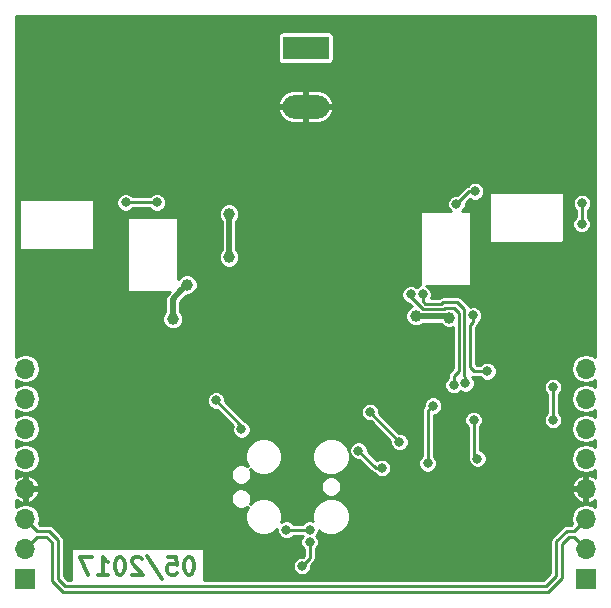
<source format=gbl>
G04 #@! TF.GenerationSoftware,KiCad,Pcbnew,(2017-05-08 revision d4e41c4f9)-makepkg*
G04 #@! TF.CreationDate,2017-05-10T16:58:57+02:00*
G04 #@! TF.ProjectId,led_pixel_stm32f030,6C65645F706978656C5F73746D333266,rev?*
G04 #@! TF.FileFunction,Copper,L2,Bot,Signal*
G04 #@! TF.FilePolarity,Positive*
%FSLAX46Y46*%
G04 Gerber Fmt 4.6, Leading zero omitted, Abs format (unit mm)*
G04 Created by KiCad (PCBNEW (2017-05-08 revision d4e41c4f9)-makepkg) date 05/10/17 16:58:57*
%MOMM*%
%LPD*%
G01*
G04 APERTURE LIST*
%ADD10C,0.100000*%
%ADD11C,0.300000*%
%ADD12O,3.960000X1.980000*%
%ADD13R,3.960000X1.980000*%
%ADD14O,1.700000X1.700000*%
%ADD15R,1.700000X1.700000*%
%ADD16C,6.400000*%
%ADD17C,0.600000*%
%ADD18C,0.800000*%
%ADD19C,1.000000*%
%ADD20C,0.250000*%
%ADD21C,0.500000*%
%ADD22C,0.254000*%
G04 APERTURE END LIST*
D10*
D11*
X140204571Y-121276571D02*
X140061714Y-121276571D01*
X139918857Y-121348000D01*
X139847428Y-121419428D01*
X139776000Y-121562285D01*
X139704571Y-121848000D01*
X139704571Y-122205142D01*
X139776000Y-122490857D01*
X139847428Y-122633714D01*
X139918857Y-122705142D01*
X140061714Y-122776571D01*
X140204571Y-122776571D01*
X140347428Y-122705142D01*
X140418857Y-122633714D01*
X140490285Y-122490857D01*
X140561714Y-122205142D01*
X140561714Y-121848000D01*
X140490285Y-121562285D01*
X140418857Y-121419428D01*
X140347428Y-121348000D01*
X140204571Y-121276571D01*
X138347428Y-121276571D02*
X139061714Y-121276571D01*
X139133142Y-121990857D01*
X139061714Y-121919428D01*
X138918857Y-121848000D01*
X138561714Y-121848000D01*
X138418857Y-121919428D01*
X138347428Y-121990857D01*
X138276000Y-122133714D01*
X138276000Y-122490857D01*
X138347428Y-122633714D01*
X138418857Y-122705142D01*
X138561714Y-122776571D01*
X138918857Y-122776571D01*
X139061714Y-122705142D01*
X139133142Y-122633714D01*
X136561714Y-121205142D02*
X137847428Y-123133714D01*
X136133142Y-121419428D02*
X136061714Y-121348000D01*
X135918857Y-121276571D01*
X135561714Y-121276571D01*
X135418857Y-121348000D01*
X135347428Y-121419428D01*
X135276000Y-121562285D01*
X135276000Y-121705142D01*
X135347428Y-121919428D01*
X136204571Y-122776571D01*
X135276000Y-122776571D01*
X134347428Y-121276571D02*
X134204571Y-121276571D01*
X134061714Y-121348000D01*
X133990285Y-121419428D01*
X133918857Y-121562285D01*
X133847428Y-121848000D01*
X133847428Y-122205142D01*
X133918857Y-122490857D01*
X133990285Y-122633714D01*
X134061714Y-122705142D01*
X134204571Y-122776571D01*
X134347428Y-122776571D01*
X134490285Y-122705142D01*
X134561714Y-122633714D01*
X134633142Y-122490857D01*
X134704571Y-122205142D01*
X134704571Y-121848000D01*
X134633142Y-121562285D01*
X134561714Y-121419428D01*
X134490285Y-121348000D01*
X134347428Y-121276571D01*
X132418857Y-122776571D02*
X133276000Y-122776571D01*
X132847428Y-122776571D02*
X132847428Y-121276571D01*
X132990285Y-121490857D01*
X133133142Y-121633714D01*
X133276000Y-121705142D01*
X131918857Y-121276571D02*
X130918857Y-121276571D01*
X131561714Y-122776571D01*
D12*
X150000000Y-83156000D03*
D13*
X150000000Y-78156000D03*
D14*
X126270000Y-105334000D03*
X126270000Y-107874000D03*
X126270000Y-110414000D03*
X126270000Y-112954000D03*
X126270000Y-115494000D03*
X126270000Y-118034000D03*
X126270000Y-120574000D03*
D15*
X126270000Y-123114000D03*
X173730000Y-123114000D03*
D14*
X173730000Y-120574000D03*
X173730000Y-118034000D03*
X173730000Y-115494000D03*
X173730000Y-112954000D03*
X173730000Y-110414000D03*
X173730000Y-107874000D03*
X173730000Y-105334000D03*
D16*
X129000000Y-100000000D03*
D17*
X131400000Y-100000000D03*
X130697056Y-101697056D03*
X129000000Y-102400000D03*
X127302944Y-101697056D03*
X126600000Y-100000000D03*
X127302944Y-98302944D03*
X129000000Y-97600000D03*
X130697056Y-98302944D03*
X172697056Y-98302944D03*
X171000000Y-97600000D03*
X169302944Y-98302944D03*
X168600000Y-100000000D03*
X169302944Y-101697056D03*
X171000000Y-102400000D03*
X172697056Y-101697056D03*
X173400000Y-100000000D03*
D16*
X171000000Y-100000000D03*
D18*
X164541491Y-112954012D03*
X164224000Y-109688990D03*
X166916400Y-111099800D03*
X132220000Y-103048000D03*
X133109000Y-103048000D03*
X133998000Y-103048000D03*
X134887000Y-103048000D03*
X135776000Y-103048000D03*
X136665000Y-103048000D03*
X137554000Y-103048000D03*
X138443000Y-103048000D03*
X139332000Y-103048000D03*
X139967000Y-103683000D03*
X140602000Y-104318000D03*
X141237000Y-104953000D03*
X141872000Y-105588000D03*
X142507000Y-106223000D03*
X143776943Y-107010809D03*
X144666000Y-107010811D03*
X145555000Y-107010811D03*
X146444000Y-107010811D03*
X147333000Y-107010811D03*
X148222000Y-107010811D03*
X149111000Y-107010811D03*
X166637000Y-103175000D03*
X165621000Y-103175000D03*
X161938000Y-103302000D03*
X161303000Y-103937000D03*
X160668000Y-104572000D03*
X160033000Y-105207000D03*
X159271000Y-105715000D03*
X158382000Y-105715000D03*
X157493000Y-105715000D03*
X156604000Y-105715000D03*
X155715000Y-105715000D03*
X154826000Y-105715000D03*
X154191000Y-106350000D03*
X153556000Y-106985000D03*
X152667168Y-106985676D03*
X151778000Y-107010811D03*
X150889000Y-107010811D03*
X150000000Y-107010811D03*
D19*
X146444000Y-102032000D03*
X146444000Y-101016000D03*
X146444000Y-100000000D03*
X146444000Y-98984000D03*
X146444000Y-97968000D03*
X153556000Y-98984000D03*
X153556000Y-97968000D03*
X153556000Y-100000000D03*
X153556000Y-101016000D03*
X153556000Y-102032000D03*
X147333000Y-102540000D03*
X147333000Y-101524000D03*
X147333000Y-100508000D03*
X147333000Y-99492000D03*
X147333000Y-98476000D03*
X147333000Y-97460000D03*
X152667000Y-97460000D03*
X152667000Y-98476000D03*
X152667000Y-99492000D03*
X152667000Y-100508000D03*
X152667000Y-101524000D03*
X152667000Y-102540000D03*
X151778000Y-103048000D03*
X151778000Y-102032000D03*
X151778000Y-101016000D03*
X151778000Y-100000000D03*
X151778000Y-98984000D03*
X151778000Y-97968000D03*
X151778000Y-96952000D03*
X148222000Y-103048000D03*
X148222000Y-102032000D03*
X148222000Y-101016000D03*
X148222000Y-100000000D03*
X148222000Y-98984000D03*
X148222000Y-97968000D03*
X148222000Y-96952000D03*
X149111000Y-96444000D03*
X149111000Y-97460000D03*
X149111000Y-98476000D03*
X149111000Y-99492000D03*
X149111000Y-100508000D03*
X149111000Y-101524000D03*
X149111000Y-102540000D03*
X149111000Y-103556000D03*
X150889000Y-103556000D03*
X150889000Y-102540006D03*
X150889000Y-101524000D03*
X150889000Y-100508000D03*
X150889000Y-99492000D03*
X150889000Y-98476000D03*
X150889000Y-97460000D03*
X150889000Y-96444000D03*
X150000000Y-104064000D03*
X150000000Y-103048000D03*
X150000000Y-102032000D03*
X150000000Y-101016000D03*
X150000000Y-95936000D03*
X150000000Y-96952000D03*
X150000000Y-97968000D03*
X150000000Y-98984000D03*
X150000000Y-100000000D03*
D18*
X135026400Y-118668800D03*
X167970198Y-106603800D03*
X149047200Y-113436400D03*
X131318000Y-107899200D03*
X148730000Y-122479000D03*
X129883200Y-121437600D03*
D19*
X171844000Y-77394000D03*
X173876000Y-77394000D03*
X172860000Y-77394000D03*
X128156000Y-77394000D03*
X126124000Y-77394000D03*
X127140000Y-77394000D03*
X152540000Y-76148000D03*
X151524000Y-76148000D03*
X150508000Y-76148000D03*
X149492000Y-76148000D03*
X148476000Y-76148000D03*
X147460000Y-76148000D03*
X170574000Y-76124000D03*
X166002000Y-76124000D03*
X161430000Y-76124000D03*
X156858000Y-76124000D03*
X143142000Y-76124000D03*
X138570000Y-76124000D03*
X133998000Y-76124000D03*
X129426000Y-76124000D03*
X136411000Y-111684000D03*
D18*
X157366000Y-118097500D03*
X165494000Y-109688990D03*
X159334500Y-117589500D03*
X168224500Y-116256000D03*
X171463000Y-118034000D03*
X129299000Y-111684000D03*
X129299000Y-113208000D03*
X129299000Y-114732000D03*
X129299000Y-116256000D03*
D19*
X171336000Y-86284000D03*
X168288000Y-86284000D03*
X169812000Y-86284000D03*
X157112000Y-86284000D03*
X160160000Y-86284000D03*
X158636000Y-86284000D03*
X131204000Y-86284000D03*
X132728000Y-86284000D03*
X143904000Y-86284000D03*
X140856000Y-86284000D03*
X129680000Y-86284000D03*
X142380000Y-86284000D03*
D18*
X150328845Y-120032635D03*
X149669800Y-122047200D03*
X156451600Y-113741400D03*
X154473923Y-112271731D03*
X142417800Y-108026200D03*
X144564825Y-110482243D03*
X148373000Y-118973600D03*
X150331000Y-118968947D03*
X160764267Y-108477084D03*
X160323915Y-113351972D03*
D19*
X143510000Y-95910400D03*
X143510000Y-92227400D03*
X162166418Y-101013069D03*
X159308800Y-100888800D03*
X139967000Y-98222000D03*
X138760200Y-101142800D03*
D18*
X157937661Y-111555847D03*
X155435600Y-109017000D03*
X173368000Y-93091200D03*
X173380400Y-91338400D03*
X170942000Y-109683245D03*
X170941994Y-106883200D03*
X163526697Y-106578400D03*
X159893000Y-99060002D03*
X164338000Y-90322400D03*
X162770162Y-91395994D03*
X164166441Y-100838000D03*
X165379400Y-105562399D03*
X162534915Y-106706436D03*
X158892989Y-99059990D03*
X137388600Y-91262202D03*
X134747000Y-91262200D03*
D20*
X164224000Y-109688990D02*
X164224000Y-112636521D01*
X164224000Y-112636521D02*
X164541491Y-112954012D01*
X165494000Y-109688990D02*
X165505590Y-109688990D01*
X165505590Y-109688990D02*
X166916400Y-111099800D01*
X133109000Y-103048000D02*
X132220000Y-103048000D01*
X134887000Y-103048000D02*
X133998000Y-103048000D01*
X136665000Y-103048000D02*
X135776000Y-103048000D01*
X138443000Y-103048000D02*
X137554000Y-103048000D01*
X139967000Y-103683000D02*
X139332000Y-103048000D01*
X141237000Y-104953000D02*
X140602000Y-104318000D01*
X142507000Y-106223000D02*
X141872000Y-105588000D01*
X143776943Y-107010809D02*
X142989134Y-106223000D01*
X142989134Y-106223000D02*
X142507000Y-106223000D01*
X145555000Y-107010811D02*
X144666000Y-107010811D01*
X147333000Y-107010811D02*
X146444000Y-107010811D01*
X149111000Y-107010811D02*
X148222000Y-107010811D01*
X165621000Y-103175000D02*
X166637000Y-103175000D01*
X160668000Y-104572000D02*
X161303000Y-103937000D01*
X159271000Y-105715000D02*
X159525000Y-105715000D01*
X159525000Y-105715000D02*
X160033000Y-105207000D01*
X157493000Y-105715000D02*
X158382000Y-105715000D01*
X155715000Y-105715000D02*
X156604000Y-105715000D01*
X154191000Y-106350000D02*
X154826000Y-105715000D01*
X152667168Y-106985676D02*
X153555324Y-106985676D01*
X153555324Y-106985676D02*
X153556000Y-106985000D01*
X150889000Y-107010811D02*
X151778000Y-107010811D01*
X150000000Y-104064000D02*
X150000000Y-107010811D01*
X146444000Y-100000000D02*
X146444000Y-101016000D01*
X146444000Y-97968000D02*
X146444000Y-98984000D01*
X153556000Y-98276894D02*
X153556000Y-98984000D01*
X153556000Y-98222000D02*
X153556000Y-98276894D01*
X153556000Y-97968000D02*
X153556000Y-98984000D01*
X153683000Y-98095000D02*
X153556000Y-98222000D01*
X153556000Y-101016000D02*
X153556000Y-100000000D01*
X151778000Y-102032000D02*
X153556000Y-102032000D01*
X147333000Y-100508000D02*
X147333000Y-101524000D01*
X147333000Y-98476000D02*
X147333000Y-99492000D01*
X149111000Y-97460000D02*
X147333000Y-97460000D01*
X152667000Y-99492000D02*
X152667000Y-98476000D01*
X152667000Y-101524000D02*
X152667000Y-100508000D01*
X150889000Y-102540006D02*
X152666994Y-102540006D01*
X152666994Y-102540006D02*
X152667000Y-102540000D01*
X151778000Y-102032000D02*
X151778000Y-103048000D01*
X151778000Y-100000000D02*
X151778000Y-101016000D01*
X151778000Y-97968000D02*
X151778000Y-98984000D01*
X150000000Y-96952000D02*
X151778000Y-96952000D01*
X148222000Y-101016000D02*
X148222000Y-102032000D01*
X148222000Y-98984000D02*
X148222000Y-100000000D01*
X148222000Y-96952000D02*
X148222000Y-97968000D01*
X149111000Y-97460000D02*
X149111000Y-96444000D01*
X149111000Y-99492000D02*
X149111000Y-98476000D01*
X149111000Y-101524000D02*
X149111000Y-100508000D01*
X149111000Y-103556000D02*
X149111000Y-102540000D01*
X150889000Y-102540006D02*
X150889000Y-103556000D01*
X150889000Y-100508000D02*
X150889000Y-101524000D01*
X150889000Y-98476000D02*
X150889000Y-99492000D01*
X150889000Y-96444000D02*
X150889000Y-97460000D01*
X150000000Y-103048000D02*
X150000000Y-104064000D01*
X150000000Y-102032000D02*
X150000000Y-103048000D01*
X150000000Y-101778000D02*
X150000000Y-102032000D01*
X150000000Y-101016000D02*
X150000000Y-101778000D01*
X150000000Y-100000000D02*
X150000000Y-101016000D01*
X150000000Y-83156000D02*
X150000000Y-95936000D01*
X150000000Y-96952000D02*
X150000000Y-95936000D01*
X150000000Y-97968000D02*
X150000000Y-96952000D01*
X150000000Y-98984000D02*
X150000000Y-97968000D01*
X150000000Y-100000000D02*
X150000000Y-98984000D01*
X150328845Y-120598320D02*
X150328845Y-120032635D01*
X150328845Y-121388155D02*
X150328845Y-120598320D01*
X149669800Y-122047200D02*
X150328845Y-121388155D01*
X155943592Y-113741400D02*
X156451600Y-113741400D01*
X154473923Y-112271731D02*
X155943592Y-113741400D01*
X142417800Y-108026200D02*
X144564825Y-110173225D01*
X144564825Y-110173225D02*
X144564825Y-110482243D01*
X150331000Y-118968947D02*
X148377653Y-118968947D01*
X148377653Y-118968947D02*
X148373000Y-118973600D01*
X160323915Y-108917436D02*
X160364268Y-108877083D01*
X160323915Y-113351972D02*
X160323915Y-108917436D01*
X160364268Y-108877083D02*
X160764267Y-108477084D01*
D21*
X143510000Y-92227400D02*
X143510000Y-95910400D01*
X159308800Y-100888800D02*
X162042149Y-100888800D01*
X162042149Y-100888800D02*
X162166418Y-101013069D01*
X139467001Y-98721999D02*
X139967000Y-98222000D01*
X138760200Y-99428800D02*
X139467001Y-98721999D01*
X138760200Y-101142800D02*
X138760200Y-99428800D01*
D20*
X155435600Y-109017000D02*
X157937661Y-111519061D01*
X157937661Y-111519061D02*
X157937661Y-111555847D01*
X173380400Y-93078800D02*
X173368000Y-93091200D01*
X173380400Y-91338400D02*
X173380400Y-93078800D01*
X170942000Y-106883206D02*
X170941994Y-106883200D01*
X170942000Y-109683245D02*
X170942000Y-106883206D01*
X159893000Y-99060002D02*
X159893000Y-99625687D01*
X159893000Y-99625687D02*
X160013313Y-99746000D01*
X160013313Y-99746000D02*
X160033000Y-99746000D01*
X160033000Y-99746000D02*
X160134401Y-99847401D01*
X163441431Y-100319221D02*
X163441431Y-105927449D01*
X160134401Y-99847401D02*
X161491790Y-99847401D01*
X161491790Y-99847401D02*
X161618790Y-99720401D01*
X161618790Y-99720401D02*
X162842611Y-99720401D01*
X162842611Y-99720401D02*
X163441431Y-100319221D01*
X163441431Y-105927449D02*
X163526697Y-106012715D01*
X163526697Y-106012715D02*
X163526697Y-106578400D01*
X164166441Y-100838000D02*
X164166441Y-101403685D01*
X164166441Y-101403685D02*
X163891441Y-101678685D01*
X163891441Y-101678685D02*
X163891441Y-105192041D01*
X163891441Y-105192041D02*
X164261799Y-105562399D01*
X164261799Y-105562399D02*
X165379400Y-105562399D01*
X162770162Y-91395994D02*
X163843756Y-90322400D01*
X163843756Y-90322400D02*
X164338000Y-90322400D01*
X162534915Y-105986996D02*
X162534915Y-106140751D01*
X158892989Y-99059990D02*
X158892989Y-99280600D01*
X158892989Y-99280600D02*
X159909800Y-100297411D01*
X159909800Y-100297411D02*
X161678190Y-100297411D01*
X161678190Y-100297411D02*
X161805190Y-100170411D01*
X162544764Y-100170411D02*
X162991420Y-100617067D01*
X162991420Y-100617067D02*
X162991420Y-105530491D01*
X161805190Y-100170411D02*
X162544764Y-100170411D01*
X162534915Y-106140751D02*
X162534915Y-106706436D01*
X162991420Y-105530491D02*
X162534915Y-105986996D01*
X137388598Y-91262200D02*
X137388600Y-91262202D01*
X134747000Y-91262200D02*
X137388598Y-91262200D01*
X171713000Y-120169554D02*
X172328554Y-119554000D01*
X172328554Y-119554000D02*
X172710000Y-119554000D01*
X172710000Y-119554000D02*
X173730000Y-120574000D01*
X171713000Y-123090554D02*
X171713000Y-120169554D01*
X170550554Y-124253000D02*
X171713000Y-123090554D01*
X129449446Y-124253000D02*
X170550554Y-124253000D01*
X128541000Y-123344554D02*
X129449446Y-124253000D01*
X128541000Y-120042554D02*
X128541000Y-123344554D01*
X128052446Y-119554000D02*
X128541000Y-120042554D01*
X126270000Y-120574000D02*
X127290000Y-119554000D01*
X127290000Y-119554000D02*
X128052446Y-119554000D01*
X171213000Y-119962446D02*
X172121446Y-119054000D01*
X172121446Y-119054000D02*
X172710000Y-119054000D01*
X172710000Y-119054000D02*
X173730000Y-118034000D01*
X171213000Y-122883446D02*
X171213000Y-119962446D01*
X170343446Y-123753000D02*
X171213000Y-122883446D01*
X129656554Y-123753000D02*
X170343446Y-123753000D01*
X129041000Y-123137446D02*
X129656554Y-123753000D01*
X129041000Y-119835446D02*
X129041000Y-123137446D01*
X128259554Y-119054000D02*
X129041000Y-119835446D01*
X126270000Y-118034000D02*
X127290000Y-119054000D01*
X127290000Y-119054000D02*
X128259554Y-119054000D01*
D22*
G36*
X174519000Y-104393016D02*
X174225200Y-104196704D01*
X173754117Y-104103000D01*
X173705883Y-104103000D01*
X173234800Y-104196704D01*
X172835435Y-104463552D01*
X172568587Y-104862917D01*
X172474883Y-105334000D01*
X172568587Y-105805083D01*
X172835435Y-106204448D01*
X173234800Y-106471296D01*
X173705883Y-106565000D01*
X173754117Y-106565000D01*
X174225200Y-106471296D01*
X174519000Y-106274984D01*
X174519000Y-106933016D01*
X174225200Y-106736704D01*
X173754117Y-106643000D01*
X173705883Y-106643000D01*
X173234800Y-106736704D01*
X172835435Y-107003552D01*
X172568587Y-107402917D01*
X172474883Y-107874000D01*
X172568587Y-108345083D01*
X172835435Y-108744448D01*
X173234800Y-109011296D01*
X173705883Y-109105000D01*
X173754117Y-109105000D01*
X174225200Y-109011296D01*
X174519000Y-108814984D01*
X174519000Y-109473016D01*
X174225200Y-109276704D01*
X173754117Y-109183000D01*
X173705883Y-109183000D01*
X173234800Y-109276704D01*
X172835435Y-109543552D01*
X172568587Y-109942917D01*
X172474883Y-110414000D01*
X172568587Y-110885083D01*
X172835435Y-111284448D01*
X173234800Y-111551296D01*
X173705883Y-111645000D01*
X173754117Y-111645000D01*
X174225200Y-111551296D01*
X174519000Y-111354984D01*
X174519000Y-112013016D01*
X174225200Y-111816704D01*
X173754117Y-111723000D01*
X173705883Y-111723000D01*
X173234800Y-111816704D01*
X172835435Y-112083552D01*
X172568587Y-112482917D01*
X172474883Y-112954000D01*
X172568587Y-113425083D01*
X172835435Y-113824448D01*
X173234800Y-114091296D01*
X173705883Y-114185000D01*
X173754117Y-114185000D01*
X174225200Y-114091296D01*
X174519000Y-113894984D01*
X174519000Y-114562907D01*
X174478056Y-114516348D01*
X174046982Y-114304499D01*
X173857000Y-114364807D01*
X173857000Y-115367000D01*
X173877000Y-115367000D01*
X173877000Y-115621000D01*
X173857000Y-115621000D01*
X173857000Y-116623193D01*
X174046982Y-116683501D01*
X174478056Y-116471652D01*
X174519000Y-116425093D01*
X174519000Y-117093016D01*
X174225200Y-116896704D01*
X173754117Y-116803000D01*
X173705883Y-116803000D01*
X173234800Y-116896704D01*
X172835435Y-117163552D01*
X172568587Y-117562917D01*
X172474883Y-118034000D01*
X172564396Y-118484012D01*
X172500408Y-118548000D01*
X172121446Y-118548000D01*
X171927808Y-118586517D01*
X171763650Y-118696204D01*
X170855204Y-119604650D01*
X170745517Y-119768808D01*
X170707000Y-119962446D01*
X170707000Y-122673854D01*
X170133854Y-123247000D01*
X141378429Y-123247000D01*
X141378429Y-120562000D01*
X130173572Y-120562000D01*
X130173572Y-123247000D01*
X129866146Y-123247000D01*
X129547000Y-122927854D01*
X129547000Y-119835446D01*
X129508483Y-119641808D01*
X129398796Y-119477650D01*
X128617350Y-118696204D01*
X128453192Y-118586517D01*
X128259554Y-118548000D01*
X127499592Y-118548000D01*
X127435604Y-118484012D01*
X127525117Y-118034000D01*
X127431413Y-117562917D01*
X127164565Y-117163552D01*
X126765200Y-116896704D01*
X126294117Y-116803000D01*
X126245883Y-116803000D01*
X125774800Y-116896704D01*
X125481000Y-117093016D01*
X125481000Y-116425093D01*
X125521944Y-116471652D01*
X125953018Y-116683501D01*
X126143000Y-116623193D01*
X126143000Y-115621000D01*
X126397000Y-115621000D01*
X126397000Y-116623193D01*
X126586982Y-116683501D01*
X126951130Y-116504542D01*
X143649548Y-116504542D01*
X143782676Y-116826736D01*
X144028968Y-117073458D01*
X144350928Y-117207148D01*
X144699542Y-117207452D01*
X145021736Y-117074324D01*
X145082365Y-117013800D01*
X144862773Y-117542637D01*
X144862228Y-118166625D01*
X145100515Y-118743323D01*
X145541356Y-119184934D01*
X146117637Y-119424227D01*
X146741625Y-119424772D01*
X147318323Y-119186485D01*
X147592052Y-118913233D01*
X147591864Y-119128269D01*
X147710514Y-119415423D01*
X147930021Y-119635314D01*
X148216968Y-119754464D01*
X148527669Y-119754736D01*
X148814823Y-119636086D01*
X148976244Y-119474947D01*
X149732579Y-119474947D01*
X149757267Y-119499678D01*
X149667131Y-119589656D01*
X149547981Y-119876603D01*
X149547709Y-120187304D01*
X149666359Y-120474458D01*
X149822845Y-120631218D01*
X149822845Y-121178563D01*
X149735151Y-121266257D01*
X149515131Y-121266064D01*
X149227977Y-121384714D01*
X149008086Y-121604221D01*
X148888936Y-121891168D01*
X148888664Y-122201869D01*
X149007314Y-122489023D01*
X149226821Y-122708914D01*
X149513768Y-122828064D01*
X149824469Y-122828336D01*
X150111623Y-122709686D01*
X150331514Y-122490179D01*
X150450664Y-122203232D01*
X150450858Y-121981734D01*
X150686641Y-121745951D01*
X150796328Y-121581793D01*
X150834845Y-121388155D01*
X150834845Y-120631056D01*
X150990559Y-120475614D01*
X151109709Y-120188667D01*
X151109981Y-119877966D01*
X150991331Y-119590812D01*
X150902578Y-119501904D01*
X150992714Y-119411926D01*
X151111864Y-119124979D01*
X151111938Y-119040264D01*
X151256356Y-119184934D01*
X151832637Y-119424227D01*
X152456625Y-119424772D01*
X153033323Y-119186485D01*
X153474934Y-118745644D01*
X153714227Y-118169363D01*
X153714772Y-117545375D01*
X153476485Y-116968677D01*
X153035644Y-116527066D01*
X152459363Y-116287773D01*
X151835375Y-116287228D01*
X151258677Y-116525515D01*
X150817066Y-116966356D01*
X150577773Y-117542637D01*
X150577228Y-118166625D01*
X150606610Y-118237736D01*
X150487032Y-118188083D01*
X150176331Y-118187811D01*
X149889177Y-118306461D01*
X149732417Y-118462947D01*
X148966776Y-118462947D01*
X148815979Y-118311886D01*
X148529032Y-118192736D01*
X148218331Y-118192464D01*
X147942270Y-118306530D01*
X147999227Y-118169363D01*
X147999772Y-117545375D01*
X147761485Y-116968677D01*
X147320644Y-116527066D01*
X146744363Y-116287773D01*
X146120375Y-116287228D01*
X145543677Y-116525515D01*
X145288159Y-116780588D01*
X145402148Y-116506072D01*
X145402452Y-116157458D01*
X145269324Y-115835264D01*
X145023032Y-115588542D01*
X144784615Y-115489542D01*
X151269548Y-115489542D01*
X151402676Y-115811736D01*
X151648968Y-116058458D01*
X151970928Y-116192148D01*
X152319542Y-116192452D01*
X152641736Y-116059324D01*
X152888458Y-115813032D01*
X152889310Y-115810980D01*
X172540511Y-115810980D01*
X172664755Y-116110964D01*
X172981944Y-116471652D01*
X173413018Y-116683501D01*
X173603000Y-116623193D01*
X173603000Y-115621000D01*
X172601373Y-115621000D01*
X172540511Y-115810980D01*
X152889310Y-115810980D01*
X153022148Y-115491072D01*
X153022421Y-115177020D01*
X172540511Y-115177020D01*
X172601373Y-115367000D01*
X173603000Y-115367000D01*
X173603000Y-114364807D01*
X173413018Y-114304499D01*
X172981944Y-114516348D01*
X172664755Y-114877036D01*
X172540511Y-115177020D01*
X153022421Y-115177020D01*
X153022452Y-115142458D01*
X152889324Y-114820264D01*
X152643032Y-114573542D01*
X152321072Y-114439852D01*
X151972458Y-114439548D01*
X151650264Y-114572676D01*
X151403542Y-114818968D01*
X151269852Y-115140928D01*
X151269548Y-115489542D01*
X144784615Y-115489542D01*
X144701072Y-115454852D01*
X144352458Y-115454548D01*
X144030264Y-115587676D01*
X143783542Y-115833968D01*
X143649852Y-116155928D01*
X143649548Y-116504542D01*
X126951130Y-116504542D01*
X127018056Y-116471652D01*
X127335245Y-116110964D01*
X127459489Y-115810980D01*
X127398627Y-115621000D01*
X126397000Y-115621000D01*
X126143000Y-115621000D01*
X126123000Y-115621000D01*
X126123000Y-115367000D01*
X126143000Y-115367000D01*
X126143000Y-114364807D01*
X126397000Y-114364807D01*
X126397000Y-115367000D01*
X127398627Y-115367000D01*
X127459489Y-115177020D01*
X127335245Y-114877036D01*
X127018056Y-114516348D01*
X126932989Y-114474542D01*
X143649548Y-114474542D01*
X143782676Y-114796736D01*
X144028968Y-115043458D01*
X144350928Y-115177148D01*
X144699542Y-115177452D01*
X145021736Y-115044324D01*
X145268458Y-114798032D01*
X145402148Y-114476072D01*
X145402452Y-114127458D01*
X145288474Y-113851610D01*
X145541356Y-114104934D01*
X146117637Y-114344227D01*
X146741625Y-114344772D01*
X147318323Y-114106485D01*
X147759934Y-113665644D01*
X147999227Y-113089363D01*
X147999229Y-113086625D01*
X150577228Y-113086625D01*
X150815515Y-113663323D01*
X151256356Y-114104934D01*
X151832637Y-114344227D01*
X152456625Y-114344772D01*
X153033323Y-114106485D01*
X153474934Y-113665644D01*
X153714227Y-113089363D01*
X153714760Y-112479578D01*
X153811437Y-112713554D01*
X154030944Y-112933445D01*
X154317891Y-113052595D01*
X154539389Y-113052789D01*
X155585796Y-114099196D01*
X155749954Y-114208883D01*
X155830778Y-114224960D01*
X156008621Y-114403114D01*
X156295568Y-114522264D01*
X156606269Y-114522536D01*
X156893423Y-114403886D01*
X157113314Y-114184379D01*
X157232464Y-113897432D01*
X157232736Y-113586731D01*
X157199644Y-113506641D01*
X159542779Y-113506641D01*
X159661429Y-113793795D01*
X159880936Y-114013686D01*
X160167883Y-114132836D01*
X160478584Y-114133108D01*
X160765738Y-114014458D01*
X160985629Y-113794951D01*
X161104779Y-113508004D01*
X161105051Y-113197303D01*
X160986401Y-112910149D01*
X160829915Y-112753389D01*
X160829915Y-109843659D01*
X163442864Y-109843659D01*
X163561514Y-110130813D01*
X163718000Y-110287573D01*
X163718000Y-112636521D01*
X163756517Y-112830159D01*
X163760593Y-112836260D01*
X163760355Y-113108681D01*
X163879005Y-113395835D01*
X164098512Y-113615726D01*
X164385459Y-113734876D01*
X164696160Y-113735148D01*
X164983314Y-113616498D01*
X165203205Y-113396991D01*
X165322355Y-113110044D01*
X165322627Y-112799343D01*
X165203977Y-112512189D01*
X164984470Y-112292298D01*
X164730000Y-112186634D01*
X164730000Y-110287411D01*
X164885714Y-110131969D01*
X165004864Y-109845022D01*
X165005136Y-109534321D01*
X164886486Y-109247167D01*
X164666979Y-109027276D01*
X164380032Y-108908126D01*
X164069331Y-108907854D01*
X163782177Y-109026504D01*
X163562286Y-109246011D01*
X163443136Y-109532958D01*
X163442864Y-109843659D01*
X160829915Y-109843659D01*
X160829915Y-109258142D01*
X160918936Y-109258220D01*
X161206090Y-109139570D01*
X161425981Y-108920063D01*
X161545131Y-108633116D01*
X161545403Y-108322415D01*
X161426753Y-108035261D01*
X161207246Y-107815370D01*
X160920299Y-107696220D01*
X160609598Y-107695948D01*
X160322444Y-107814598D01*
X160102553Y-108034105D01*
X159983403Y-108321052D01*
X159983209Y-108542550D01*
X159966119Y-108559640D01*
X159856432Y-108723798D01*
X159817915Y-108917436D01*
X159817915Y-112753551D01*
X159662201Y-112908993D01*
X159543051Y-113195940D01*
X159542779Y-113506641D01*
X157199644Y-113506641D01*
X157114086Y-113299577D01*
X156894579Y-113079686D01*
X156607632Y-112960536D01*
X156296931Y-112960264D01*
X156009777Y-113078914D01*
X156003232Y-113085448D01*
X155254866Y-112337082D01*
X155255059Y-112117062D01*
X155136409Y-111829908D01*
X154916902Y-111610017D01*
X154629955Y-111490867D01*
X154319254Y-111490595D01*
X154032100Y-111609245D01*
X153812209Y-111828752D01*
X153693059Y-112115699D01*
X153692799Y-112412197D01*
X153476485Y-111888677D01*
X153035644Y-111447066D01*
X152459363Y-111207773D01*
X151835375Y-111207228D01*
X151258677Y-111445515D01*
X150817066Y-111886356D01*
X150577773Y-112462637D01*
X150577228Y-113086625D01*
X147999229Y-113086625D01*
X147999772Y-112465375D01*
X147761485Y-111888677D01*
X147320644Y-111447066D01*
X146744363Y-111207773D01*
X146120375Y-111207228D01*
X145543677Y-111445515D01*
X145102066Y-111886356D01*
X144862773Y-112462637D01*
X144862228Y-113086625D01*
X145081365Y-113616977D01*
X145023032Y-113558542D01*
X144701072Y-113424852D01*
X144352458Y-113424548D01*
X144030264Y-113557676D01*
X143783542Y-113803968D01*
X143649852Y-114125928D01*
X143649548Y-114474542D01*
X126932989Y-114474542D01*
X126586982Y-114304499D01*
X126397000Y-114364807D01*
X126143000Y-114364807D01*
X125953018Y-114304499D01*
X125521944Y-114516348D01*
X125481000Y-114562907D01*
X125481000Y-113894984D01*
X125774800Y-114091296D01*
X126245883Y-114185000D01*
X126294117Y-114185000D01*
X126765200Y-114091296D01*
X127164565Y-113824448D01*
X127431413Y-113425083D01*
X127525117Y-112954000D01*
X127431413Y-112482917D01*
X127164565Y-112083552D01*
X126765200Y-111816704D01*
X126294117Y-111723000D01*
X126245883Y-111723000D01*
X125774800Y-111816704D01*
X125481000Y-112013016D01*
X125481000Y-111354984D01*
X125774800Y-111551296D01*
X126245883Y-111645000D01*
X126294117Y-111645000D01*
X126765200Y-111551296D01*
X127164565Y-111284448D01*
X127431413Y-110885083D01*
X127525117Y-110414000D01*
X127431413Y-109942917D01*
X127164565Y-109543552D01*
X126765200Y-109276704D01*
X126294117Y-109183000D01*
X126245883Y-109183000D01*
X125774800Y-109276704D01*
X125481000Y-109473016D01*
X125481000Y-108814984D01*
X125774800Y-109011296D01*
X126245883Y-109105000D01*
X126294117Y-109105000D01*
X126765200Y-109011296D01*
X127164565Y-108744448D01*
X127431413Y-108345083D01*
X127464077Y-108180869D01*
X141636664Y-108180869D01*
X141755314Y-108468023D01*
X141974821Y-108687914D01*
X142261768Y-108807064D01*
X142483266Y-108807258D01*
X143847999Y-110171991D01*
X143783961Y-110326211D01*
X143783689Y-110636912D01*
X143902339Y-110924066D01*
X144121846Y-111143957D01*
X144408793Y-111263107D01*
X144719494Y-111263379D01*
X145006648Y-111144729D01*
X145226539Y-110925222D01*
X145345689Y-110638275D01*
X145345961Y-110327574D01*
X145227311Y-110040420D01*
X145007804Y-109820529D01*
X144870855Y-109763663D01*
X144278861Y-109171669D01*
X154654464Y-109171669D01*
X154773114Y-109458823D01*
X154992621Y-109678714D01*
X155279568Y-109797864D01*
X155501066Y-109798058D01*
X157156750Y-111453742D01*
X157156525Y-111710516D01*
X157275175Y-111997670D01*
X157494682Y-112217561D01*
X157781629Y-112336711D01*
X158092330Y-112336983D01*
X158379484Y-112218333D01*
X158599375Y-111998826D01*
X158718525Y-111711879D01*
X158718797Y-111401178D01*
X158600147Y-111114024D01*
X158380640Y-110894133D01*
X158093693Y-110774983D01*
X157909013Y-110774821D01*
X156216543Y-109082351D01*
X156216736Y-108862331D01*
X156098086Y-108575177D01*
X155878579Y-108355286D01*
X155591632Y-108236136D01*
X155280931Y-108235864D01*
X154993777Y-108354514D01*
X154773886Y-108574021D01*
X154654736Y-108860968D01*
X154654464Y-109171669D01*
X144278861Y-109171669D01*
X143198743Y-108091551D01*
X143198936Y-107871531D01*
X143080286Y-107584377D01*
X142860779Y-107364486D01*
X142573832Y-107245336D01*
X142263131Y-107245064D01*
X141975977Y-107363714D01*
X141756086Y-107583221D01*
X141636936Y-107870168D01*
X141636664Y-108180869D01*
X127464077Y-108180869D01*
X127525117Y-107874000D01*
X127431413Y-107402917D01*
X127164565Y-107003552D01*
X126765200Y-106736704D01*
X126294117Y-106643000D01*
X126245883Y-106643000D01*
X125774800Y-106736704D01*
X125481000Y-106933016D01*
X125481000Y-106274984D01*
X125774800Y-106471296D01*
X126245883Y-106565000D01*
X126294117Y-106565000D01*
X126765200Y-106471296D01*
X127164565Y-106204448D01*
X127431413Y-105805083D01*
X127525117Y-105334000D01*
X127431413Y-104862917D01*
X127164565Y-104463552D01*
X126765200Y-104196704D01*
X126294117Y-104103000D01*
X126245883Y-104103000D01*
X125774800Y-104196704D01*
X125481000Y-104393016D01*
X125481000Y-102534865D01*
X128318882Y-102534865D01*
X128422339Y-102785252D01*
X128613741Y-102976987D01*
X128863946Y-103080882D01*
X129134865Y-103081118D01*
X129385252Y-102977661D01*
X129576987Y-102786259D01*
X129680882Y-102536054D01*
X129681118Y-102265135D01*
X129577661Y-102014748D01*
X129395152Y-101831921D01*
X130015938Y-101831921D01*
X130119395Y-102082308D01*
X130310797Y-102274043D01*
X130561002Y-102377938D01*
X130831921Y-102378174D01*
X131082308Y-102274717D01*
X131274043Y-102083315D01*
X131377938Y-101833110D01*
X131378174Y-101562191D01*
X131274717Y-101311804D01*
X131083315Y-101120069D01*
X130833110Y-101016174D01*
X130562191Y-101015938D01*
X130311804Y-101119395D01*
X130120069Y-101310797D01*
X130016174Y-101561002D01*
X130015938Y-101831921D01*
X129395152Y-101831921D01*
X129386259Y-101823013D01*
X129136054Y-101719118D01*
X128865135Y-101718882D01*
X128614748Y-101822339D01*
X128423013Y-102013741D01*
X128319118Y-102263946D01*
X128318882Y-102534865D01*
X125481000Y-102534865D01*
X125481000Y-101831921D01*
X126621826Y-101831921D01*
X126725283Y-102082308D01*
X126916685Y-102274043D01*
X127166890Y-102377938D01*
X127437809Y-102378174D01*
X127688196Y-102274717D01*
X127879931Y-102083315D01*
X127983826Y-101833110D01*
X127984062Y-101562191D01*
X127880605Y-101311804D01*
X127689203Y-101120069D01*
X127438998Y-101016174D01*
X127168079Y-101015938D01*
X126917692Y-101119395D01*
X126725957Y-101310797D01*
X126622062Y-101561002D01*
X126621826Y-101831921D01*
X125481000Y-101831921D01*
X125481000Y-100134865D01*
X125918882Y-100134865D01*
X126022339Y-100385252D01*
X126213741Y-100576987D01*
X126463946Y-100680882D01*
X126734865Y-100681118D01*
X126985252Y-100577661D01*
X127176987Y-100386259D01*
X127280882Y-100136054D01*
X127280883Y-100134865D01*
X130718882Y-100134865D01*
X130822339Y-100385252D01*
X131013741Y-100576987D01*
X131263946Y-100680882D01*
X131534865Y-100681118D01*
X131785252Y-100577661D01*
X131976987Y-100386259D01*
X132080882Y-100136054D01*
X132081118Y-99865135D01*
X131977661Y-99614748D01*
X131786259Y-99423013D01*
X131536054Y-99319118D01*
X131265135Y-99318882D01*
X131014748Y-99422339D01*
X130823013Y-99613741D01*
X130719118Y-99863946D01*
X130718882Y-100134865D01*
X127280883Y-100134865D01*
X127281118Y-99865135D01*
X127177661Y-99614748D01*
X126986259Y-99423013D01*
X126736054Y-99319118D01*
X126465135Y-99318882D01*
X126214748Y-99422339D01*
X126023013Y-99613741D01*
X125919118Y-99863946D01*
X125918882Y-100134865D01*
X125481000Y-100134865D01*
X125481000Y-98437809D01*
X126621826Y-98437809D01*
X126725283Y-98688196D01*
X126916685Y-98879931D01*
X127166890Y-98983826D01*
X127437809Y-98984062D01*
X127688196Y-98880605D01*
X127879931Y-98689203D01*
X127983826Y-98438998D01*
X127983827Y-98437809D01*
X130015938Y-98437809D01*
X130119395Y-98688196D01*
X130310797Y-98879931D01*
X130561002Y-98983826D01*
X130831921Y-98984062D01*
X131082308Y-98880605D01*
X131274043Y-98689203D01*
X131377938Y-98438998D01*
X131378174Y-98168079D01*
X131274717Y-97917692D01*
X131083315Y-97725957D01*
X130833110Y-97622062D01*
X130562191Y-97621826D01*
X130311804Y-97725283D01*
X130120069Y-97916685D01*
X130016174Y-98166890D01*
X130015938Y-98437809D01*
X127983827Y-98437809D01*
X127984062Y-98168079D01*
X127880605Y-97917692D01*
X127698096Y-97734865D01*
X128318882Y-97734865D01*
X128422339Y-97985252D01*
X128613741Y-98176987D01*
X128863946Y-98280882D01*
X129134865Y-98281118D01*
X129385252Y-98177661D01*
X129576987Y-97986259D01*
X129680882Y-97736054D01*
X129681118Y-97465135D01*
X129577661Y-97214748D01*
X129386259Y-97023013D01*
X129136054Y-96919118D01*
X128865135Y-96918882D01*
X128614748Y-97022339D01*
X128423013Y-97213741D01*
X128319118Y-97463946D01*
X128318882Y-97734865D01*
X127698096Y-97734865D01*
X127689203Y-97725957D01*
X127438998Y-97622062D01*
X127168079Y-97621826D01*
X126917692Y-97725283D01*
X126725957Y-97916685D01*
X126622062Y-98166890D01*
X126621826Y-98437809D01*
X125481000Y-98437809D01*
X125481000Y-91110000D01*
X125729831Y-91110000D01*
X125729831Y-95174000D01*
X125739498Y-95222601D01*
X125767028Y-95263803D01*
X125808230Y-95291333D01*
X125856831Y-95301000D01*
X131952831Y-95301000D01*
X132001432Y-95291333D01*
X132042634Y-95263803D01*
X132070164Y-95222601D01*
X132079831Y-95174000D01*
X132079831Y-92601283D01*
X134887000Y-92601283D01*
X134887000Y-98697283D01*
X134896667Y-98745884D01*
X134924197Y-98787086D01*
X134965399Y-98814616D01*
X135014000Y-98824283D01*
X138472349Y-98824283D01*
X138314016Y-98982616D01*
X138177232Y-99187327D01*
X138129200Y-99428800D01*
X138129200Y-100527863D01*
X138013760Y-100643102D01*
X137879353Y-100966789D01*
X137879047Y-101317273D01*
X138012889Y-101641195D01*
X138260502Y-101889240D01*
X138584189Y-102023647D01*
X138934673Y-102023953D01*
X139258595Y-101890111D01*
X139506640Y-101642498D01*
X139641047Y-101318811D01*
X139641353Y-100968327D01*
X139507511Y-100644405D01*
X139391200Y-100527891D01*
X139391200Y-99690168D01*
X139866709Y-99214659D01*
X158111853Y-99214659D01*
X158230503Y-99501813D01*
X158450010Y-99721704D01*
X158736957Y-99840854D01*
X158737652Y-99840855D01*
X158971658Y-100074861D01*
X158810405Y-100141489D01*
X158562360Y-100389102D01*
X158427953Y-100712789D01*
X158427647Y-101063273D01*
X158561489Y-101387195D01*
X158809102Y-101635240D01*
X159132789Y-101769647D01*
X159483273Y-101769953D01*
X159807195Y-101636111D01*
X159923709Y-101519800D01*
X161427428Y-101519800D01*
X161666720Y-101759509D01*
X161990407Y-101893916D01*
X162340891Y-101894222D01*
X162485420Y-101834504D01*
X162485420Y-105320899D01*
X162177119Y-105629200D01*
X162067432Y-105793358D01*
X162028915Y-105986996D01*
X162028915Y-106108015D01*
X161873201Y-106263457D01*
X161754051Y-106550404D01*
X161753779Y-106861105D01*
X161872429Y-107148259D01*
X162091936Y-107368150D01*
X162378883Y-107487300D01*
X162689584Y-107487572D01*
X162976738Y-107368922D01*
X163099293Y-107246581D01*
X163370665Y-107359264D01*
X163681366Y-107359536D01*
X163968520Y-107240886D01*
X164171892Y-107037869D01*
X170160858Y-107037869D01*
X170279508Y-107325023D01*
X170436000Y-107481789D01*
X170436000Y-109084824D01*
X170280286Y-109240266D01*
X170161136Y-109527213D01*
X170160864Y-109837914D01*
X170279514Y-110125068D01*
X170499021Y-110344959D01*
X170785968Y-110464109D01*
X171096669Y-110464381D01*
X171383823Y-110345731D01*
X171603714Y-110126224D01*
X171722864Y-109839277D01*
X171723136Y-109528576D01*
X171604486Y-109241422D01*
X171448000Y-109084662D01*
X171448000Y-107481615D01*
X171603708Y-107326179D01*
X171722858Y-107039232D01*
X171723130Y-106728531D01*
X171604480Y-106441377D01*
X171384973Y-106221486D01*
X171098026Y-106102336D01*
X170787325Y-106102064D01*
X170500171Y-106220714D01*
X170280280Y-106440221D01*
X170161130Y-106727168D01*
X170160858Y-107037869D01*
X164171892Y-107037869D01*
X164188411Y-107021379D01*
X164307561Y-106734432D01*
X164307833Y-106423731D01*
X164189183Y-106136577D01*
X164086270Y-106033484D01*
X164261799Y-106068399D01*
X164780979Y-106068399D01*
X164936421Y-106224113D01*
X165223368Y-106343263D01*
X165534069Y-106343535D01*
X165821223Y-106224885D01*
X166041114Y-106005378D01*
X166160264Y-105718431D01*
X166160536Y-105407730D01*
X166041886Y-105120576D01*
X165822379Y-104900685D01*
X165535432Y-104781535D01*
X165224731Y-104781263D01*
X164937577Y-104899913D01*
X164780817Y-105056399D01*
X164471391Y-105056399D01*
X164397441Y-104982449D01*
X164397441Y-102534865D01*
X170318882Y-102534865D01*
X170422339Y-102785252D01*
X170613741Y-102976987D01*
X170863946Y-103080882D01*
X171134865Y-103081118D01*
X171385252Y-102977661D01*
X171576987Y-102786259D01*
X171680882Y-102536054D01*
X171681118Y-102265135D01*
X171577661Y-102014748D01*
X171395152Y-101831921D01*
X172015938Y-101831921D01*
X172119395Y-102082308D01*
X172310797Y-102274043D01*
X172561002Y-102377938D01*
X172831921Y-102378174D01*
X173082308Y-102274717D01*
X173274043Y-102083315D01*
X173377938Y-101833110D01*
X173378174Y-101562191D01*
X173274717Y-101311804D01*
X173083315Y-101120069D01*
X172833110Y-101016174D01*
X172562191Y-101015938D01*
X172311804Y-101119395D01*
X172120069Y-101310797D01*
X172016174Y-101561002D01*
X172015938Y-101831921D01*
X171395152Y-101831921D01*
X171386259Y-101823013D01*
X171136054Y-101719118D01*
X170865135Y-101718882D01*
X170614748Y-101822339D01*
X170423013Y-102013741D01*
X170319118Y-102263946D01*
X170318882Y-102534865D01*
X164397441Y-102534865D01*
X164397441Y-101888277D01*
X164453797Y-101831921D01*
X168621826Y-101831921D01*
X168725283Y-102082308D01*
X168916685Y-102274043D01*
X169166890Y-102377938D01*
X169437809Y-102378174D01*
X169688196Y-102274717D01*
X169879931Y-102083315D01*
X169983826Y-101833110D01*
X169984062Y-101562191D01*
X169880605Y-101311804D01*
X169689203Y-101120069D01*
X169438998Y-101016174D01*
X169168079Y-101015938D01*
X168917692Y-101119395D01*
X168725957Y-101310797D01*
X168622062Y-101561002D01*
X168621826Y-101831921D01*
X164453797Y-101831921D01*
X164524237Y-101761481D01*
X164552701Y-101718882D01*
X164633924Y-101597323D01*
X164664316Y-101444532D01*
X164828155Y-101280979D01*
X164947305Y-100994032D01*
X164947577Y-100683331D01*
X164828927Y-100396177D01*
X164609420Y-100176286D01*
X164509667Y-100134865D01*
X167918882Y-100134865D01*
X168022339Y-100385252D01*
X168213741Y-100576987D01*
X168463946Y-100680882D01*
X168734865Y-100681118D01*
X168985252Y-100577661D01*
X169176987Y-100386259D01*
X169280882Y-100136054D01*
X169280883Y-100134865D01*
X172718882Y-100134865D01*
X172822339Y-100385252D01*
X173013741Y-100576987D01*
X173263946Y-100680882D01*
X173534865Y-100681118D01*
X173785252Y-100577661D01*
X173976987Y-100386259D01*
X174080882Y-100136054D01*
X174081118Y-99865135D01*
X173977661Y-99614748D01*
X173786259Y-99423013D01*
X173536054Y-99319118D01*
X173265135Y-99318882D01*
X173014748Y-99422339D01*
X172823013Y-99613741D01*
X172719118Y-99863946D01*
X172718882Y-100134865D01*
X169280883Y-100134865D01*
X169281118Y-99865135D01*
X169177661Y-99614748D01*
X168986259Y-99423013D01*
X168736054Y-99319118D01*
X168465135Y-99318882D01*
X168214748Y-99422339D01*
X168023013Y-99613741D01*
X167919118Y-99863946D01*
X167918882Y-100134865D01*
X164509667Y-100134865D01*
X164322473Y-100057136D01*
X164011772Y-100056864D01*
X163895185Y-100105037D01*
X163799227Y-99961425D01*
X163200407Y-99362605D01*
X163036249Y-99252918D01*
X162842611Y-99214401D01*
X161618790Y-99214401D01*
X161425152Y-99252918D01*
X161292728Y-99341401D01*
X160621807Y-99341401D01*
X160673864Y-99216034D01*
X160674136Y-98905333D01*
X160555486Y-98618179D01*
X160375431Y-98437809D01*
X168621826Y-98437809D01*
X168725283Y-98688196D01*
X168916685Y-98879931D01*
X169166890Y-98983826D01*
X169437809Y-98984062D01*
X169688196Y-98880605D01*
X169879931Y-98689203D01*
X169983826Y-98438998D01*
X169983827Y-98437809D01*
X172015938Y-98437809D01*
X172119395Y-98688196D01*
X172310797Y-98879931D01*
X172561002Y-98983826D01*
X172831921Y-98984062D01*
X173082308Y-98880605D01*
X173274043Y-98689203D01*
X173377938Y-98438998D01*
X173378174Y-98168079D01*
X173274717Y-97917692D01*
X173083315Y-97725957D01*
X172833110Y-97622062D01*
X172562191Y-97621826D01*
X172311804Y-97725283D01*
X172120069Y-97916685D01*
X172016174Y-98166890D01*
X172015938Y-98437809D01*
X169983827Y-98437809D01*
X169984062Y-98168079D01*
X169880605Y-97917692D01*
X169698096Y-97734865D01*
X170318882Y-97734865D01*
X170422339Y-97985252D01*
X170613741Y-98176987D01*
X170863946Y-98280882D01*
X171134865Y-98281118D01*
X171385252Y-98177661D01*
X171576987Y-97986259D01*
X171680882Y-97736054D01*
X171681118Y-97465135D01*
X171577661Y-97214748D01*
X171386259Y-97023013D01*
X171136054Y-96919118D01*
X170865135Y-96918882D01*
X170614748Y-97022339D01*
X170423013Y-97213741D01*
X170319118Y-97463946D01*
X170318882Y-97734865D01*
X169698096Y-97734865D01*
X169689203Y-97725957D01*
X169438998Y-97622062D01*
X169168079Y-97621826D01*
X168917692Y-97725283D01*
X168725957Y-97916685D01*
X168622062Y-98166890D01*
X168621826Y-98437809D01*
X160375431Y-98437809D01*
X160335979Y-98398288D01*
X160217280Y-98349000D01*
X163879458Y-98349000D01*
X163928059Y-98339333D01*
X163969261Y-98311803D01*
X163996791Y-98270601D01*
X164006458Y-98222000D01*
X164006458Y-92126000D01*
X163996791Y-92077399D01*
X163969261Y-92036197D01*
X163928059Y-92008667D01*
X163879458Y-91999000D01*
X163271569Y-91999000D01*
X163431876Y-91838973D01*
X163551026Y-91552026D01*
X163551220Y-91330528D01*
X163896867Y-90984881D01*
X164181968Y-91103264D01*
X164492669Y-91103536D01*
X164779823Y-90984886D01*
X164999714Y-90765379D01*
X165118864Y-90478432D01*
X165118867Y-90475000D01*
X165494000Y-90475000D01*
X165494000Y-94539000D01*
X165503667Y-94587601D01*
X165531197Y-94628803D01*
X165572399Y-94656333D01*
X165621000Y-94666000D01*
X171717000Y-94666000D01*
X171765601Y-94656333D01*
X171806803Y-94628803D01*
X171834333Y-94587601D01*
X171844000Y-94539000D01*
X171844000Y-93245869D01*
X172586864Y-93245869D01*
X172705514Y-93533023D01*
X172925021Y-93752914D01*
X173211968Y-93872064D01*
X173522669Y-93872336D01*
X173809823Y-93753686D01*
X174029714Y-93534179D01*
X174148864Y-93247232D01*
X174149136Y-92936531D01*
X174030486Y-92649377D01*
X173886400Y-92505039D01*
X173886400Y-91936821D01*
X174042114Y-91781379D01*
X174161264Y-91494432D01*
X174161536Y-91183731D01*
X174042886Y-90896577D01*
X173823379Y-90676686D01*
X173536432Y-90557536D01*
X173225731Y-90557264D01*
X172938577Y-90675914D01*
X172718686Y-90895421D01*
X172599536Y-91182368D01*
X172599264Y-91493069D01*
X172717914Y-91780223D01*
X172874400Y-91936983D01*
X172874400Y-92480401D01*
X172706286Y-92648221D01*
X172587136Y-92935168D01*
X172586864Y-93245869D01*
X171844000Y-93245869D01*
X171844000Y-90475000D01*
X171834333Y-90426399D01*
X171806803Y-90385197D01*
X171765601Y-90357667D01*
X171717000Y-90348000D01*
X165621000Y-90348000D01*
X165572399Y-90357667D01*
X165531197Y-90385197D01*
X165503667Y-90426399D01*
X165494000Y-90475000D01*
X165118867Y-90475000D01*
X165119136Y-90167731D01*
X165000486Y-89880577D01*
X164780979Y-89660686D01*
X164494032Y-89541536D01*
X164183331Y-89541264D01*
X163896177Y-89659914D01*
X163713453Y-89842319D01*
X163650118Y-89854917D01*
X163485960Y-89964604D01*
X162835513Y-90615051D01*
X162615493Y-90614858D01*
X162328339Y-90733508D01*
X162108448Y-90953015D01*
X161989298Y-91239962D01*
X161989026Y-91550663D01*
X162107676Y-91837817D01*
X162268578Y-91999000D01*
X159815458Y-91999000D01*
X159766857Y-92008667D01*
X159725655Y-92036197D01*
X159698125Y-92077399D01*
X159688458Y-92126000D01*
X159688458Y-98222000D01*
X159698125Y-98270601D01*
X159711151Y-98290096D01*
X159451177Y-98397516D01*
X159393092Y-98455500D01*
X159335968Y-98398276D01*
X159049021Y-98279126D01*
X158738320Y-98278854D01*
X158451166Y-98397504D01*
X158231275Y-98617011D01*
X158112125Y-98903958D01*
X158111853Y-99214659D01*
X139866709Y-99214659D01*
X139913186Y-99168183D01*
X139913188Y-99168180D01*
X139978358Y-99103011D01*
X140141473Y-99103153D01*
X140465395Y-98969311D01*
X140713440Y-98721698D01*
X140847847Y-98398011D01*
X140848153Y-98047527D01*
X140714311Y-97723605D01*
X140466698Y-97475560D01*
X140143011Y-97341153D01*
X139792527Y-97340847D01*
X139468605Y-97474689D01*
X139220560Y-97722302D01*
X139205000Y-97759775D01*
X139205000Y-92601283D01*
X139195333Y-92552682D01*
X139167803Y-92511480D01*
X139126601Y-92483950D01*
X139078000Y-92474283D01*
X135014000Y-92474283D01*
X134965399Y-92483950D01*
X134924197Y-92511480D01*
X134896667Y-92552682D01*
X134887000Y-92601283D01*
X132079831Y-92601283D01*
X132079831Y-92401873D01*
X142628847Y-92401873D01*
X142762689Y-92725795D01*
X142879000Y-92842309D01*
X142879000Y-95295463D01*
X142763560Y-95410702D01*
X142629153Y-95734389D01*
X142628847Y-96084873D01*
X142762689Y-96408795D01*
X143010302Y-96656840D01*
X143333989Y-96791247D01*
X143684473Y-96791553D01*
X144008395Y-96657711D01*
X144256440Y-96410098D01*
X144390847Y-96086411D01*
X144391153Y-95735927D01*
X144257311Y-95412005D01*
X144141000Y-95295491D01*
X144141000Y-92842337D01*
X144256440Y-92727098D01*
X144390847Y-92403411D01*
X144391153Y-92052927D01*
X144257311Y-91729005D01*
X144009698Y-91480960D01*
X143686011Y-91346553D01*
X143335527Y-91346247D01*
X143011605Y-91480089D01*
X142763560Y-91727702D01*
X142629153Y-92051389D01*
X142628847Y-92401873D01*
X132079831Y-92401873D01*
X132079831Y-91416869D01*
X133965864Y-91416869D01*
X134084514Y-91704023D01*
X134304021Y-91923914D01*
X134590968Y-92043064D01*
X134901669Y-92043336D01*
X135188823Y-91924686D01*
X135345583Y-91768200D01*
X136790177Y-91768200D01*
X136945621Y-91923916D01*
X137232568Y-92043066D01*
X137543269Y-92043338D01*
X137830423Y-91924688D01*
X138050314Y-91705181D01*
X138169464Y-91418234D01*
X138169736Y-91107533D01*
X138051086Y-90820379D01*
X137831579Y-90600488D01*
X137544632Y-90481338D01*
X137233931Y-90481066D01*
X136946777Y-90599716D01*
X136790019Y-90756200D01*
X135345421Y-90756200D01*
X135189979Y-90600486D01*
X134903032Y-90481336D01*
X134592331Y-90481064D01*
X134305177Y-90599714D01*
X134085286Y-90819221D01*
X133966136Y-91106168D01*
X133965864Y-91416869D01*
X132079831Y-91416869D01*
X132079831Y-91110000D01*
X132070164Y-91061399D01*
X132042634Y-91020197D01*
X132001432Y-90992667D01*
X131952831Y-90983000D01*
X125856831Y-90983000D01*
X125808230Y-90992667D01*
X125767028Y-91020197D01*
X125739498Y-91061399D01*
X125729831Y-91110000D01*
X125481000Y-91110000D01*
X125481000Y-83494986D01*
X147681569Y-83494986D01*
X147694760Y-83563326D01*
X147950754Y-84035641D01*
X148368008Y-84374038D01*
X148883000Y-84527000D01*
X149873000Y-84527000D01*
X149873000Y-83283000D01*
X150127000Y-83283000D01*
X150127000Y-84527000D01*
X151117000Y-84527000D01*
X151631992Y-84374038D01*
X152049246Y-84035641D01*
X152305240Y-83563326D01*
X152318431Y-83494986D01*
X152259413Y-83283000D01*
X150127000Y-83283000D01*
X149873000Y-83283000D01*
X147740587Y-83283000D01*
X147681569Y-83494986D01*
X125481000Y-83494986D01*
X125481000Y-82817014D01*
X147681569Y-82817014D01*
X147740587Y-83029000D01*
X149873000Y-83029000D01*
X149873000Y-81785000D01*
X150127000Y-81785000D01*
X150127000Y-83029000D01*
X152259413Y-83029000D01*
X152318431Y-82817014D01*
X152305240Y-82748674D01*
X152049246Y-82276359D01*
X151631992Y-81937962D01*
X151117000Y-81785000D01*
X150127000Y-81785000D01*
X149873000Y-81785000D01*
X148883000Y-81785000D01*
X148368008Y-81937962D01*
X147950754Y-82276359D01*
X147694760Y-82748674D01*
X147681569Y-82817014D01*
X125481000Y-82817014D01*
X125481000Y-77166000D01*
X147631536Y-77166000D01*
X147631536Y-79146000D01*
X147661106Y-79294659D01*
X147745314Y-79420686D01*
X147871341Y-79504894D01*
X148020000Y-79534464D01*
X151980000Y-79534464D01*
X152128659Y-79504894D01*
X152254686Y-79420686D01*
X152338894Y-79294659D01*
X152368464Y-79146000D01*
X152368464Y-77166000D01*
X152338894Y-77017341D01*
X152254686Y-76891314D01*
X152128659Y-76807106D01*
X151980000Y-76777536D01*
X148020000Y-76777536D01*
X147871341Y-76807106D01*
X147745314Y-76891314D01*
X147661106Y-77017341D01*
X147631536Y-77166000D01*
X125481000Y-77166000D01*
X125481000Y-75481000D01*
X174519000Y-75481000D01*
X174519000Y-104393016D01*
X174519000Y-104393016D01*
G37*
X174519000Y-104393016D02*
X174225200Y-104196704D01*
X173754117Y-104103000D01*
X173705883Y-104103000D01*
X173234800Y-104196704D01*
X172835435Y-104463552D01*
X172568587Y-104862917D01*
X172474883Y-105334000D01*
X172568587Y-105805083D01*
X172835435Y-106204448D01*
X173234800Y-106471296D01*
X173705883Y-106565000D01*
X173754117Y-106565000D01*
X174225200Y-106471296D01*
X174519000Y-106274984D01*
X174519000Y-106933016D01*
X174225200Y-106736704D01*
X173754117Y-106643000D01*
X173705883Y-106643000D01*
X173234800Y-106736704D01*
X172835435Y-107003552D01*
X172568587Y-107402917D01*
X172474883Y-107874000D01*
X172568587Y-108345083D01*
X172835435Y-108744448D01*
X173234800Y-109011296D01*
X173705883Y-109105000D01*
X173754117Y-109105000D01*
X174225200Y-109011296D01*
X174519000Y-108814984D01*
X174519000Y-109473016D01*
X174225200Y-109276704D01*
X173754117Y-109183000D01*
X173705883Y-109183000D01*
X173234800Y-109276704D01*
X172835435Y-109543552D01*
X172568587Y-109942917D01*
X172474883Y-110414000D01*
X172568587Y-110885083D01*
X172835435Y-111284448D01*
X173234800Y-111551296D01*
X173705883Y-111645000D01*
X173754117Y-111645000D01*
X174225200Y-111551296D01*
X174519000Y-111354984D01*
X174519000Y-112013016D01*
X174225200Y-111816704D01*
X173754117Y-111723000D01*
X173705883Y-111723000D01*
X173234800Y-111816704D01*
X172835435Y-112083552D01*
X172568587Y-112482917D01*
X172474883Y-112954000D01*
X172568587Y-113425083D01*
X172835435Y-113824448D01*
X173234800Y-114091296D01*
X173705883Y-114185000D01*
X173754117Y-114185000D01*
X174225200Y-114091296D01*
X174519000Y-113894984D01*
X174519000Y-114562907D01*
X174478056Y-114516348D01*
X174046982Y-114304499D01*
X173857000Y-114364807D01*
X173857000Y-115367000D01*
X173877000Y-115367000D01*
X173877000Y-115621000D01*
X173857000Y-115621000D01*
X173857000Y-116623193D01*
X174046982Y-116683501D01*
X174478056Y-116471652D01*
X174519000Y-116425093D01*
X174519000Y-117093016D01*
X174225200Y-116896704D01*
X173754117Y-116803000D01*
X173705883Y-116803000D01*
X173234800Y-116896704D01*
X172835435Y-117163552D01*
X172568587Y-117562917D01*
X172474883Y-118034000D01*
X172564396Y-118484012D01*
X172500408Y-118548000D01*
X172121446Y-118548000D01*
X171927808Y-118586517D01*
X171763650Y-118696204D01*
X170855204Y-119604650D01*
X170745517Y-119768808D01*
X170707000Y-119962446D01*
X170707000Y-122673854D01*
X170133854Y-123247000D01*
X141378429Y-123247000D01*
X141378429Y-120562000D01*
X130173572Y-120562000D01*
X130173572Y-123247000D01*
X129866146Y-123247000D01*
X129547000Y-122927854D01*
X129547000Y-119835446D01*
X129508483Y-119641808D01*
X129398796Y-119477650D01*
X128617350Y-118696204D01*
X128453192Y-118586517D01*
X128259554Y-118548000D01*
X127499592Y-118548000D01*
X127435604Y-118484012D01*
X127525117Y-118034000D01*
X127431413Y-117562917D01*
X127164565Y-117163552D01*
X126765200Y-116896704D01*
X126294117Y-116803000D01*
X126245883Y-116803000D01*
X125774800Y-116896704D01*
X125481000Y-117093016D01*
X125481000Y-116425093D01*
X125521944Y-116471652D01*
X125953018Y-116683501D01*
X126143000Y-116623193D01*
X126143000Y-115621000D01*
X126397000Y-115621000D01*
X126397000Y-116623193D01*
X126586982Y-116683501D01*
X126951130Y-116504542D01*
X143649548Y-116504542D01*
X143782676Y-116826736D01*
X144028968Y-117073458D01*
X144350928Y-117207148D01*
X144699542Y-117207452D01*
X145021736Y-117074324D01*
X145082365Y-117013800D01*
X144862773Y-117542637D01*
X144862228Y-118166625D01*
X145100515Y-118743323D01*
X145541356Y-119184934D01*
X146117637Y-119424227D01*
X146741625Y-119424772D01*
X147318323Y-119186485D01*
X147592052Y-118913233D01*
X147591864Y-119128269D01*
X147710514Y-119415423D01*
X147930021Y-119635314D01*
X148216968Y-119754464D01*
X148527669Y-119754736D01*
X148814823Y-119636086D01*
X148976244Y-119474947D01*
X149732579Y-119474947D01*
X149757267Y-119499678D01*
X149667131Y-119589656D01*
X149547981Y-119876603D01*
X149547709Y-120187304D01*
X149666359Y-120474458D01*
X149822845Y-120631218D01*
X149822845Y-121178563D01*
X149735151Y-121266257D01*
X149515131Y-121266064D01*
X149227977Y-121384714D01*
X149008086Y-121604221D01*
X148888936Y-121891168D01*
X148888664Y-122201869D01*
X149007314Y-122489023D01*
X149226821Y-122708914D01*
X149513768Y-122828064D01*
X149824469Y-122828336D01*
X150111623Y-122709686D01*
X150331514Y-122490179D01*
X150450664Y-122203232D01*
X150450858Y-121981734D01*
X150686641Y-121745951D01*
X150796328Y-121581793D01*
X150834845Y-121388155D01*
X150834845Y-120631056D01*
X150990559Y-120475614D01*
X151109709Y-120188667D01*
X151109981Y-119877966D01*
X150991331Y-119590812D01*
X150902578Y-119501904D01*
X150992714Y-119411926D01*
X151111864Y-119124979D01*
X151111938Y-119040264D01*
X151256356Y-119184934D01*
X151832637Y-119424227D01*
X152456625Y-119424772D01*
X153033323Y-119186485D01*
X153474934Y-118745644D01*
X153714227Y-118169363D01*
X153714772Y-117545375D01*
X153476485Y-116968677D01*
X153035644Y-116527066D01*
X152459363Y-116287773D01*
X151835375Y-116287228D01*
X151258677Y-116525515D01*
X150817066Y-116966356D01*
X150577773Y-117542637D01*
X150577228Y-118166625D01*
X150606610Y-118237736D01*
X150487032Y-118188083D01*
X150176331Y-118187811D01*
X149889177Y-118306461D01*
X149732417Y-118462947D01*
X148966776Y-118462947D01*
X148815979Y-118311886D01*
X148529032Y-118192736D01*
X148218331Y-118192464D01*
X147942270Y-118306530D01*
X147999227Y-118169363D01*
X147999772Y-117545375D01*
X147761485Y-116968677D01*
X147320644Y-116527066D01*
X146744363Y-116287773D01*
X146120375Y-116287228D01*
X145543677Y-116525515D01*
X145288159Y-116780588D01*
X145402148Y-116506072D01*
X145402452Y-116157458D01*
X145269324Y-115835264D01*
X145023032Y-115588542D01*
X144784615Y-115489542D01*
X151269548Y-115489542D01*
X151402676Y-115811736D01*
X151648968Y-116058458D01*
X151970928Y-116192148D01*
X152319542Y-116192452D01*
X152641736Y-116059324D01*
X152888458Y-115813032D01*
X152889310Y-115810980D01*
X172540511Y-115810980D01*
X172664755Y-116110964D01*
X172981944Y-116471652D01*
X173413018Y-116683501D01*
X173603000Y-116623193D01*
X173603000Y-115621000D01*
X172601373Y-115621000D01*
X172540511Y-115810980D01*
X152889310Y-115810980D01*
X153022148Y-115491072D01*
X153022421Y-115177020D01*
X172540511Y-115177020D01*
X172601373Y-115367000D01*
X173603000Y-115367000D01*
X173603000Y-114364807D01*
X173413018Y-114304499D01*
X172981944Y-114516348D01*
X172664755Y-114877036D01*
X172540511Y-115177020D01*
X153022421Y-115177020D01*
X153022452Y-115142458D01*
X152889324Y-114820264D01*
X152643032Y-114573542D01*
X152321072Y-114439852D01*
X151972458Y-114439548D01*
X151650264Y-114572676D01*
X151403542Y-114818968D01*
X151269852Y-115140928D01*
X151269548Y-115489542D01*
X144784615Y-115489542D01*
X144701072Y-115454852D01*
X144352458Y-115454548D01*
X144030264Y-115587676D01*
X143783542Y-115833968D01*
X143649852Y-116155928D01*
X143649548Y-116504542D01*
X126951130Y-116504542D01*
X127018056Y-116471652D01*
X127335245Y-116110964D01*
X127459489Y-115810980D01*
X127398627Y-115621000D01*
X126397000Y-115621000D01*
X126143000Y-115621000D01*
X126123000Y-115621000D01*
X126123000Y-115367000D01*
X126143000Y-115367000D01*
X126143000Y-114364807D01*
X126397000Y-114364807D01*
X126397000Y-115367000D01*
X127398627Y-115367000D01*
X127459489Y-115177020D01*
X127335245Y-114877036D01*
X127018056Y-114516348D01*
X126932989Y-114474542D01*
X143649548Y-114474542D01*
X143782676Y-114796736D01*
X144028968Y-115043458D01*
X144350928Y-115177148D01*
X144699542Y-115177452D01*
X145021736Y-115044324D01*
X145268458Y-114798032D01*
X145402148Y-114476072D01*
X145402452Y-114127458D01*
X145288474Y-113851610D01*
X145541356Y-114104934D01*
X146117637Y-114344227D01*
X146741625Y-114344772D01*
X147318323Y-114106485D01*
X147759934Y-113665644D01*
X147999227Y-113089363D01*
X147999229Y-113086625D01*
X150577228Y-113086625D01*
X150815515Y-113663323D01*
X151256356Y-114104934D01*
X151832637Y-114344227D01*
X152456625Y-114344772D01*
X153033323Y-114106485D01*
X153474934Y-113665644D01*
X153714227Y-113089363D01*
X153714760Y-112479578D01*
X153811437Y-112713554D01*
X154030944Y-112933445D01*
X154317891Y-113052595D01*
X154539389Y-113052789D01*
X155585796Y-114099196D01*
X155749954Y-114208883D01*
X155830778Y-114224960D01*
X156008621Y-114403114D01*
X156295568Y-114522264D01*
X156606269Y-114522536D01*
X156893423Y-114403886D01*
X157113314Y-114184379D01*
X157232464Y-113897432D01*
X157232736Y-113586731D01*
X157199644Y-113506641D01*
X159542779Y-113506641D01*
X159661429Y-113793795D01*
X159880936Y-114013686D01*
X160167883Y-114132836D01*
X160478584Y-114133108D01*
X160765738Y-114014458D01*
X160985629Y-113794951D01*
X161104779Y-113508004D01*
X161105051Y-113197303D01*
X160986401Y-112910149D01*
X160829915Y-112753389D01*
X160829915Y-109843659D01*
X163442864Y-109843659D01*
X163561514Y-110130813D01*
X163718000Y-110287573D01*
X163718000Y-112636521D01*
X163756517Y-112830159D01*
X163760593Y-112836260D01*
X163760355Y-113108681D01*
X163879005Y-113395835D01*
X164098512Y-113615726D01*
X164385459Y-113734876D01*
X164696160Y-113735148D01*
X164983314Y-113616498D01*
X165203205Y-113396991D01*
X165322355Y-113110044D01*
X165322627Y-112799343D01*
X165203977Y-112512189D01*
X164984470Y-112292298D01*
X164730000Y-112186634D01*
X164730000Y-110287411D01*
X164885714Y-110131969D01*
X165004864Y-109845022D01*
X165005136Y-109534321D01*
X164886486Y-109247167D01*
X164666979Y-109027276D01*
X164380032Y-108908126D01*
X164069331Y-108907854D01*
X163782177Y-109026504D01*
X163562286Y-109246011D01*
X163443136Y-109532958D01*
X163442864Y-109843659D01*
X160829915Y-109843659D01*
X160829915Y-109258142D01*
X160918936Y-109258220D01*
X161206090Y-109139570D01*
X161425981Y-108920063D01*
X161545131Y-108633116D01*
X161545403Y-108322415D01*
X161426753Y-108035261D01*
X161207246Y-107815370D01*
X160920299Y-107696220D01*
X160609598Y-107695948D01*
X160322444Y-107814598D01*
X160102553Y-108034105D01*
X159983403Y-108321052D01*
X159983209Y-108542550D01*
X159966119Y-108559640D01*
X159856432Y-108723798D01*
X159817915Y-108917436D01*
X159817915Y-112753551D01*
X159662201Y-112908993D01*
X159543051Y-113195940D01*
X159542779Y-113506641D01*
X157199644Y-113506641D01*
X157114086Y-113299577D01*
X156894579Y-113079686D01*
X156607632Y-112960536D01*
X156296931Y-112960264D01*
X156009777Y-113078914D01*
X156003232Y-113085448D01*
X155254866Y-112337082D01*
X155255059Y-112117062D01*
X155136409Y-111829908D01*
X154916902Y-111610017D01*
X154629955Y-111490867D01*
X154319254Y-111490595D01*
X154032100Y-111609245D01*
X153812209Y-111828752D01*
X153693059Y-112115699D01*
X153692799Y-112412197D01*
X153476485Y-111888677D01*
X153035644Y-111447066D01*
X152459363Y-111207773D01*
X151835375Y-111207228D01*
X151258677Y-111445515D01*
X150817066Y-111886356D01*
X150577773Y-112462637D01*
X150577228Y-113086625D01*
X147999229Y-113086625D01*
X147999772Y-112465375D01*
X147761485Y-111888677D01*
X147320644Y-111447066D01*
X146744363Y-111207773D01*
X146120375Y-111207228D01*
X145543677Y-111445515D01*
X145102066Y-111886356D01*
X144862773Y-112462637D01*
X144862228Y-113086625D01*
X145081365Y-113616977D01*
X145023032Y-113558542D01*
X144701072Y-113424852D01*
X144352458Y-113424548D01*
X144030264Y-113557676D01*
X143783542Y-113803968D01*
X143649852Y-114125928D01*
X143649548Y-114474542D01*
X126932989Y-114474542D01*
X126586982Y-114304499D01*
X126397000Y-114364807D01*
X126143000Y-114364807D01*
X125953018Y-114304499D01*
X125521944Y-114516348D01*
X125481000Y-114562907D01*
X125481000Y-113894984D01*
X125774800Y-114091296D01*
X126245883Y-114185000D01*
X126294117Y-114185000D01*
X126765200Y-114091296D01*
X127164565Y-113824448D01*
X127431413Y-113425083D01*
X127525117Y-112954000D01*
X127431413Y-112482917D01*
X127164565Y-112083552D01*
X126765200Y-111816704D01*
X126294117Y-111723000D01*
X126245883Y-111723000D01*
X125774800Y-111816704D01*
X125481000Y-112013016D01*
X125481000Y-111354984D01*
X125774800Y-111551296D01*
X126245883Y-111645000D01*
X126294117Y-111645000D01*
X126765200Y-111551296D01*
X127164565Y-111284448D01*
X127431413Y-110885083D01*
X127525117Y-110414000D01*
X127431413Y-109942917D01*
X127164565Y-109543552D01*
X126765200Y-109276704D01*
X126294117Y-109183000D01*
X126245883Y-109183000D01*
X125774800Y-109276704D01*
X125481000Y-109473016D01*
X125481000Y-108814984D01*
X125774800Y-109011296D01*
X126245883Y-109105000D01*
X126294117Y-109105000D01*
X126765200Y-109011296D01*
X127164565Y-108744448D01*
X127431413Y-108345083D01*
X127464077Y-108180869D01*
X141636664Y-108180869D01*
X141755314Y-108468023D01*
X141974821Y-108687914D01*
X142261768Y-108807064D01*
X142483266Y-108807258D01*
X143847999Y-110171991D01*
X143783961Y-110326211D01*
X143783689Y-110636912D01*
X143902339Y-110924066D01*
X144121846Y-111143957D01*
X144408793Y-111263107D01*
X144719494Y-111263379D01*
X145006648Y-111144729D01*
X145226539Y-110925222D01*
X145345689Y-110638275D01*
X145345961Y-110327574D01*
X145227311Y-110040420D01*
X145007804Y-109820529D01*
X144870855Y-109763663D01*
X144278861Y-109171669D01*
X154654464Y-109171669D01*
X154773114Y-109458823D01*
X154992621Y-109678714D01*
X155279568Y-109797864D01*
X155501066Y-109798058D01*
X157156750Y-111453742D01*
X157156525Y-111710516D01*
X157275175Y-111997670D01*
X157494682Y-112217561D01*
X157781629Y-112336711D01*
X158092330Y-112336983D01*
X158379484Y-112218333D01*
X158599375Y-111998826D01*
X158718525Y-111711879D01*
X158718797Y-111401178D01*
X158600147Y-111114024D01*
X158380640Y-110894133D01*
X158093693Y-110774983D01*
X157909013Y-110774821D01*
X156216543Y-109082351D01*
X156216736Y-108862331D01*
X156098086Y-108575177D01*
X155878579Y-108355286D01*
X155591632Y-108236136D01*
X155280931Y-108235864D01*
X154993777Y-108354514D01*
X154773886Y-108574021D01*
X154654736Y-108860968D01*
X154654464Y-109171669D01*
X144278861Y-109171669D01*
X143198743Y-108091551D01*
X143198936Y-107871531D01*
X143080286Y-107584377D01*
X142860779Y-107364486D01*
X142573832Y-107245336D01*
X142263131Y-107245064D01*
X141975977Y-107363714D01*
X141756086Y-107583221D01*
X141636936Y-107870168D01*
X141636664Y-108180869D01*
X127464077Y-108180869D01*
X127525117Y-107874000D01*
X127431413Y-107402917D01*
X127164565Y-107003552D01*
X126765200Y-106736704D01*
X126294117Y-106643000D01*
X126245883Y-106643000D01*
X125774800Y-106736704D01*
X125481000Y-106933016D01*
X125481000Y-106274984D01*
X125774800Y-106471296D01*
X126245883Y-106565000D01*
X126294117Y-106565000D01*
X126765200Y-106471296D01*
X127164565Y-106204448D01*
X127431413Y-105805083D01*
X127525117Y-105334000D01*
X127431413Y-104862917D01*
X127164565Y-104463552D01*
X126765200Y-104196704D01*
X126294117Y-104103000D01*
X126245883Y-104103000D01*
X125774800Y-104196704D01*
X125481000Y-104393016D01*
X125481000Y-102534865D01*
X128318882Y-102534865D01*
X128422339Y-102785252D01*
X128613741Y-102976987D01*
X128863946Y-103080882D01*
X129134865Y-103081118D01*
X129385252Y-102977661D01*
X129576987Y-102786259D01*
X129680882Y-102536054D01*
X129681118Y-102265135D01*
X129577661Y-102014748D01*
X129395152Y-101831921D01*
X130015938Y-101831921D01*
X130119395Y-102082308D01*
X130310797Y-102274043D01*
X130561002Y-102377938D01*
X130831921Y-102378174D01*
X131082308Y-102274717D01*
X131274043Y-102083315D01*
X131377938Y-101833110D01*
X131378174Y-101562191D01*
X131274717Y-101311804D01*
X131083315Y-101120069D01*
X130833110Y-101016174D01*
X130562191Y-101015938D01*
X130311804Y-101119395D01*
X130120069Y-101310797D01*
X130016174Y-101561002D01*
X130015938Y-101831921D01*
X129395152Y-101831921D01*
X129386259Y-101823013D01*
X129136054Y-101719118D01*
X128865135Y-101718882D01*
X128614748Y-101822339D01*
X128423013Y-102013741D01*
X128319118Y-102263946D01*
X128318882Y-102534865D01*
X125481000Y-102534865D01*
X125481000Y-101831921D01*
X126621826Y-101831921D01*
X126725283Y-102082308D01*
X126916685Y-102274043D01*
X127166890Y-102377938D01*
X127437809Y-102378174D01*
X127688196Y-102274717D01*
X127879931Y-102083315D01*
X127983826Y-101833110D01*
X127984062Y-101562191D01*
X127880605Y-101311804D01*
X127689203Y-101120069D01*
X127438998Y-101016174D01*
X127168079Y-101015938D01*
X126917692Y-101119395D01*
X126725957Y-101310797D01*
X126622062Y-101561002D01*
X126621826Y-101831921D01*
X125481000Y-101831921D01*
X125481000Y-100134865D01*
X125918882Y-100134865D01*
X126022339Y-100385252D01*
X126213741Y-100576987D01*
X126463946Y-100680882D01*
X126734865Y-100681118D01*
X126985252Y-100577661D01*
X127176987Y-100386259D01*
X127280882Y-100136054D01*
X127280883Y-100134865D01*
X130718882Y-100134865D01*
X130822339Y-100385252D01*
X131013741Y-100576987D01*
X131263946Y-100680882D01*
X131534865Y-100681118D01*
X131785252Y-100577661D01*
X131976987Y-100386259D01*
X132080882Y-100136054D01*
X132081118Y-99865135D01*
X131977661Y-99614748D01*
X131786259Y-99423013D01*
X131536054Y-99319118D01*
X131265135Y-99318882D01*
X131014748Y-99422339D01*
X130823013Y-99613741D01*
X130719118Y-99863946D01*
X130718882Y-100134865D01*
X127280883Y-100134865D01*
X127281118Y-99865135D01*
X127177661Y-99614748D01*
X126986259Y-99423013D01*
X126736054Y-99319118D01*
X126465135Y-99318882D01*
X126214748Y-99422339D01*
X126023013Y-99613741D01*
X125919118Y-99863946D01*
X125918882Y-100134865D01*
X125481000Y-100134865D01*
X125481000Y-98437809D01*
X126621826Y-98437809D01*
X126725283Y-98688196D01*
X126916685Y-98879931D01*
X127166890Y-98983826D01*
X127437809Y-98984062D01*
X127688196Y-98880605D01*
X127879931Y-98689203D01*
X127983826Y-98438998D01*
X127983827Y-98437809D01*
X130015938Y-98437809D01*
X130119395Y-98688196D01*
X130310797Y-98879931D01*
X130561002Y-98983826D01*
X130831921Y-98984062D01*
X131082308Y-98880605D01*
X131274043Y-98689203D01*
X131377938Y-98438998D01*
X131378174Y-98168079D01*
X131274717Y-97917692D01*
X131083315Y-97725957D01*
X130833110Y-97622062D01*
X130562191Y-97621826D01*
X130311804Y-97725283D01*
X130120069Y-97916685D01*
X130016174Y-98166890D01*
X130015938Y-98437809D01*
X127983827Y-98437809D01*
X127984062Y-98168079D01*
X127880605Y-97917692D01*
X127698096Y-97734865D01*
X128318882Y-97734865D01*
X128422339Y-97985252D01*
X128613741Y-98176987D01*
X128863946Y-98280882D01*
X129134865Y-98281118D01*
X129385252Y-98177661D01*
X129576987Y-97986259D01*
X129680882Y-97736054D01*
X129681118Y-97465135D01*
X129577661Y-97214748D01*
X129386259Y-97023013D01*
X129136054Y-96919118D01*
X128865135Y-96918882D01*
X128614748Y-97022339D01*
X128423013Y-97213741D01*
X128319118Y-97463946D01*
X128318882Y-97734865D01*
X127698096Y-97734865D01*
X127689203Y-97725957D01*
X127438998Y-97622062D01*
X127168079Y-97621826D01*
X126917692Y-97725283D01*
X126725957Y-97916685D01*
X126622062Y-98166890D01*
X126621826Y-98437809D01*
X125481000Y-98437809D01*
X125481000Y-91110000D01*
X125729831Y-91110000D01*
X125729831Y-95174000D01*
X125739498Y-95222601D01*
X125767028Y-95263803D01*
X125808230Y-95291333D01*
X125856831Y-95301000D01*
X131952831Y-95301000D01*
X132001432Y-95291333D01*
X132042634Y-95263803D01*
X132070164Y-95222601D01*
X132079831Y-95174000D01*
X132079831Y-92601283D01*
X134887000Y-92601283D01*
X134887000Y-98697283D01*
X134896667Y-98745884D01*
X134924197Y-98787086D01*
X134965399Y-98814616D01*
X135014000Y-98824283D01*
X138472349Y-98824283D01*
X138314016Y-98982616D01*
X138177232Y-99187327D01*
X138129200Y-99428800D01*
X138129200Y-100527863D01*
X138013760Y-100643102D01*
X137879353Y-100966789D01*
X137879047Y-101317273D01*
X138012889Y-101641195D01*
X138260502Y-101889240D01*
X138584189Y-102023647D01*
X138934673Y-102023953D01*
X139258595Y-101890111D01*
X139506640Y-101642498D01*
X139641047Y-101318811D01*
X139641353Y-100968327D01*
X139507511Y-100644405D01*
X139391200Y-100527891D01*
X139391200Y-99690168D01*
X139866709Y-99214659D01*
X158111853Y-99214659D01*
X158230503Y-99501813D01*
X158450010Y-99721704D01*
X158736957Y-99840854D01*
X158737652Y-99840855D01*
X158971658Y-100074861D01*
X158810405Y-100141489D01*
X158562360Y-100389102D01*
X158427953Y-100712789D01*
X158427647Y-101063273D01*
X158561489Y-101387195D01*
X158809102Y-101635240D01*
X159132789Y-101769647D01*
X159483273Y-101769953D01*
X159807195Y-101636111D01*
X159923709Y-101519800D01*
X161427428Y-101519800D01*
X161666720Y-101759509D01*
X161990407Y-101893916D01*
X162340891Y-101894222D01*
X162485420Y-101834504D01*
X162485420Y-105320899D01*
X162177119Y-105629200D01*
X162067432Y-105793358D01*
X162028915Y-105986996D01*
X162028915Y-106108015D01*
X161873201Y-106263457D01*
X161754051Y-106550404D01*
X161753779Y-106861105D01*
X161872429Y-107148259D01*
X162091936Y-107368150D01*
X162378883Y-107487300D01*
X162689584Y-107487572D01*
X162976738Y-107368922D01*
X163099293Y-107246581D01*
X163370665Y-107359264D01*
X163681366Y-107359536D01*
X163968520Y-107240886D01*
X164171892Y-107037869D01*
X170160858Y-107037869D01*
X170279508Y-107325023D01*
X170436000Y-107481789D01*
X170436000Y-109084824D01*
X170280286Y-109240266D01*
X170161136Y-109527213D01*
X170160864Y-109837914D01*
X170279514Y-110125068D01*
X170499021Y-110344959D01*
X170785968Y-110464109D01*
X171096669Y-110464381D01*
X171383823Y-110345731D01*
X171603714Y-110126224D01*
X171722864Y-109839277D01*
X171723136Y-109528576D01*
X171604486Y-109241422D01*
X171448000Y-109084662D01*
X171448000Y-107481615D01*
X171603708Y-107326179D01*
X171722858Y-107039232D01*
X171723130Y-106728531D01*
X171604480Y-106441377D01*
X171384973Y-106221486D01*
X171098026Y-106102336D01*
X170787325Y-106102064D01*
X170500171Y-106220714D01*
X170280280Y-106440221D01*
X170161130Y-106727168D01*
X170160858Y-107037869D01*
X164171892Y-107037869D01*
X164188411Y-107021379D01*
X164307561Y-106734432D01*
X164307833Y-106423731D01*
X164189183Y-106136577D01*
X164086270Y-106033484D01*
X164261799Y-106068399D01*
X164780979Y-106068399D01*
X164936421Y-106224113D01*
X165223368Y-106343263D01*
X165534069Y-106343535D01*
X165821223Y-106224885D01*
X166041114Y-106005378D01*
X166160264Y-105718431D01*
X166160536Y-105407730D01*
X166041886Y-105120576D01*
X165822379Y-104900685D01*
X165535432Y-104781535D01*
X165224731Y-104781263D01*
X164937577Y-104899913D01*
X164780817Y-105056399D01*
X164471391Y-105056399D01*
X164397441Y-104982449D01*
X164397441Y-102534865D01*
X170318882Y-102534865D01*
X170422339Y-102785252D01*
X170613741Y-102976987D01*
X170863946Y-103080882D01*
X171134865Y-103081118D01*
X171385252Y-102977661D01*
X171576987Y-102786259D01*
X171680882Y-102536054D01*
X171681118Y-102265135D01*
X171577661Y-102014748D01*
X171395152Y-101831921D01*
X172015938Y-101831921D01*
X172119395Y-102082308D01*
X172310797Y-102274043D01*
X172561002Y-102377938D01*
X172831921Y-102378174D01*
X173082308Y-102274717D01*
X173274043Y-102083315D01*
X173377938Y-101833110D01*
X173378174Y-101562191D01*
X173274717Y-101311804D01*
X173083315Y-101120069D01*
X172833110Y-101016174D01*
X172562191Y-101015938D01*
X172311804Y-101119395D01*
X172120069Y-101310797D01*
X172016174Y-101561002D01*
X172015938Y-101831921D01*
X171395152Y-101831921D01*
X171386259Y-101823013D01*
X171136054Y-101719118D01*
X170865135Y-101718882D01*
X170614748Y-101822339D01*
X170423013Y-102013741D01*
X170319118Y-102263946D01*
X170318882Y-102534865D01*
X164397441Y-102534865D01*
X164397441Y-101888277D01*
X164453797Y-101831921D01*
X168621826Y-101831921D01*
X168725283Y-102082308D01*
X168916685Y-102274043D01*
X169166890Y-102377938D01*
X169437809Y-102378174D01*
X169688196Y-102274717D01*
X169879931Y-102083315D01*
X169983826Y-101833110D01*
X169984062Y-101562191D01*
X169880605Y-101311804D01*
X169689203Y-101120069D01*
X169438998Y-101016174D01*
X169168079Y-101015938D01*
X168917692Y-101119395D01*
X168725957Y-101310797D01*
X168622062Y-101561002D01*
X168621826Y-101831921D01*
X164453797Y-101831921D01*
X164524237Y-101761481D01*
X164552701Y-101718882D01*
X164633924Y-101597323D01*
X164664316Y-101444532D01*
X164828155Y-101280979D01*
X164947305Y-100994032D01*
X164947577Y-100683331D01*
X164828927Y-100396177D01*
X164609420Y-100176286D01*
X164509667Y-100134865D01*
X167918882Y-100134865D01*
X168022339Y-100385252D01*
X168213741Y-100576987D01*
X168463946Y-100680882D01*
X168734865Y-100681118D01*
X168985252Y-100577661D01*
X169176987Y-100386259D01*
X169280882Y-100136054D01*
X169280883Y-100134865D01*
X172718882Y-100134865D01*
X172822339Y-100385252D01*
X173013741Y-100576987D01*
X173263946Y-100680882D01*
X173534865Y-100681118D01*
X173785252Y-100577661D01*
X173976987Y-100386259D01*
X174080882Y-100136054D01*
X174081118Y-99865135D01*
X173977661Y-99614748D01*
X173786259Y-99423013D01*
X173536054Y-99319118D01*
X173265135Y-99318882D01*
X173014748Y-99422339D01*
X172823013Y-99613741D01*
X172719118Y-99863946D01*
X172718882Y-100134865D01*
X169280883Y-100134865D01*
X169281118Y-99865135D01*
X169177661Y-99614748D01*
X168986259Y-99423013D01*
X168736054Y-99319118D01*
X168465135Y-99318882D01*
X168214748Y-99422339D01*
X168023013Y-99613741D01*
X167919118Y-99863946D01*
X167918882Y-100134865D01*
X164509667Y-100134865D01*
X164322473Y-100057136D01*
X164011772Y-100056864D01*
X163895185Y-100105037D01*
X163799227Y-99961425D01*
X163200407Y-99362605D01*
X163036249Y-99252918D01*
X162842611Y-99214401D01*
X161618790Y-99214401D01*
X161425152Y-99252918D01*
X161292728Y-99341401D01*
X160621807Y-99341401D01*
X160673864Y-99216034D01*
X160674136Y-98905333D01*
X160555486Y-98618179D01*
X160375431Y-98437809D01*
X168621826Y-98437809D01*
X168725283Y-98688196D01*
X168916685Y-98879931D01*
X169166890Y-98983826D01*
X169437809Y-98984062D01*
X169688196Y-98880605D01*
X169879931Y-98689203D01*
X169983826Y-98438998D01*
X169983827Y-98437809D01*
X172015938Y-98437809D01*
X172119395Y-98688196D01*
X172310797Y-98879931D01*
X172561002Y-98983826D01*
X172831921Y-98984062D01*
X173082308Y-98880605D01*
X173274043Y-98689203D01*
X173377938Y-98438998D01*
X173378174Y-98168079D01*
X173274717Y-97917692D01*
X173083315Y-97725957D01*
X172833110Y-97622062D01*
X172562191Y-97621826D01*
X172311804Y-97725283D01*
X172120069Y-97916685D01*
X172016174Y-98166890D01*
X172015938Y-98437809D01*
X169983827Y-98437809D01*
X169984062Y-98168079D01*
X169880605Y-97917692D01*
X169698096Y-97734865D01*
X170318882Y-97734865D01*
X170422339Y-97985252D01*
X170613741Y-98176987D01*
X170863946Y-98280882D01*
X171134865Y-98281118D01*
X171385252Y-98177661D01*
X171576987Y-97986259D01*
X171680882Y-97736054D01*
X171681118Y-97465135D01*
X171577661Y-97214748D01*
X171386259Y-97023013D01*
X171136054Y-96919118D01*
X170865135Y-96918882D01*
X170614748Y-97022339D01*
X170423013Y-97213741D01*
X170319118Y-97463946D01*
X170318882Y-97734865D01*
X169698096Y-97734865D01*
X169689203Y-97725957D01*
X169438998Y-97622062D01*
X169168079Y-97621826D01*
X168917692Y-97725283D01*
X168725957Y-97916685D01*
X168622062Y-98166890D01*
X168621826Y-98437809D01*
X160375431Y-98437809D01*
X160335979Y-98398288D01*
X160217280Y-98349000D01*
X163879458Y-98349000D01*
X163928059Y-98339333D01*
X163969261Y-98311803D01*
X163996791Y-98270601D01*
X164006458Y-98222000D01*
X164006458Y-92126000D01*
X163996791Y-92077399D01*
X163969261Y-92036197D01*
X163928059Y-92008667D01*
X163879458Y-91999000D01*
X163271569Y-91999000D01*
X163431876Y-91838973D01*
X163551026Y-91552026D01*
X163551220Y-91330528D01*
X163896867Y-90984881D01*
X164181968Y-91103264D01*
X164492669Y-91103536D01*
X164779823Y-90984886D01*
X164999714Y-90765379D01*
X165118864Y-90478432D01*
X165118867Y-90475000D01*
X165494000Y-90475000D01*
X165494000Y-94539000D01*
X165503667Y-94587601D01*
X165531197Y-94628803D01*
X165572399Y-94656333D01*
X165621000Y-94666000D01*
X171717000Y-94666000D01*
X171765601Y-94656333D01*
X171806803Y-94628803D01*
X171834333Y-94587601D01*
X171844000Y-94539000D01*
X171844000Y-93245869D01*
X172586864Y-93245869D01*
X172705514Y-93533023D01*
X172925021Y-93752914D01*
X173211968Y-93872064D01*
X173522669Y-93872336D01*
X173809823Y-93753686D01*
X174029714Y-93534179D01*
X174148864Y-93247232D01*
X174149136Y-92936531D01*
X174030486Y-92649377D01*
X173886400Y-92505039D01*
X173886400Y-91936821D01*
X174042114Y-91781379D01*
X174161264Y-91494432D01*
X174161536Y-91183731D01*
X174042886Y-90896577D01*
X173823379Y-90676686D01*
X173536432Y-90557536D01*
X173225731Y-90557264D01*
X172938577Y-90675914D01*
X172718686Y-90895421D01*
X172599536Y-91182368D01*
X172599264Y-91493069D01*
X172717914Y-91780223D01*
X172874400Y-91936983D01*
X172874400Y-92480401D01*
X172706286Y-92648221D01*
X172587136Y-92935168D01*
X172586864Y-93245869D01*
X171844000Y-93245869D01*
X171844000Y-90475000D01*
X171834333Y-90426399D01*
X171806803Y-90385197D01*
X171765601Y-90357667D01*
X171717000Y-90348000D01*
X165621000Y-90348000D01*
X165572399Y-90357667D01*
X165531197Y-90385197D01*
X165503667Y-90426399D01*
X165494000Y-90475000D01*
X165118867Y-90475000D01*
X165119136Y-90167731D01*
X165000486Y-89880577D01*
X164780979Y-89660686D01*
X164494032Y-89541536D01*
X164183331Y-89541264D01*
X163896177Y-89659914D01*
X163713453Y-89842319D01*
X163650118Y-89854917D01*
X163485960Y-89964604D01*
X162835513Y-90615051D01*
X162615493Y-90614858D01*
X162328339Y-90733508D01*
X162108448Y-90953015D01*
X161989298Y-91239962D01*
X161989026Y-91550663D01*
X162107676Y-91837817D01*
X162268578Y-91999000D01*
X159815458Y-91999000D01*
X159766857Y-92008667D01*
X159725655Y-92036197D01*
X159698125Y-92077399D01*
X159688458Y-92126000D01*
X159688458Y-98222000D01*
X159698125Y-98270601D01*
X159711151Y-98290096D01*
X159451177Y-98397516D01*
X159393092Y-98455500D01*
X159335968Y-98398276D01*
X159049021Y-98279126D01*
X158738320Y-98278854D01*
X158451166Y-98397504D01*
X158231275Y-98617011D01*
X158112125Y-98903958D01*
X158111853Y-99214659D01*
X139866709Y-99214659D01*
X139913186Y-99168183D01*
X139913188Y-99168180D01*
X139978358Y-99103011D01*
X140141473Y-99103153D01*
X140465395Y-98969311D01*
X140713440Y-98721698D01*
X140847847Y-98398011D01*
X140848153Y-98047527D01*
X140714311Y-97723605D01*
X140466698Y-97475560D01*
X140143011Y-97341153D01*
X139792527Y-97340847D01*
X139468605Y-97474689D01*
X139220560Y-97722302D01*
X139205000Y-97759775D01*
X139205000Y-92601283D01*
X139195333Y-92552682D01*
X139167803Y-92511480D01*
X139126601Y-92483950D01*
X139078000Y-92474283D01*
X135014000Y-92474283D01*
X134965399Y-92483950D01*
X134924197Y-92511480D01*
X134896667Y-92552682D01*
X134887000Y-92601283D01*
X132079831Y-92601283D01*
X132079831Y-92401873D01*
X142628847Y-92401873D01*
X142762689Y-92725795D01*
X142879000Y-92842309D01*
X142879000Y-95295463D01*
X142763560Y-95410702D01*
X142629153Y-95734389D01*
X142628847Y-96084873D01*
X142762689Y-96408795D01*
X143010302Y-96656840D01*
X143333989Y-96791247D01*
X143684473Y-96791553D01*
X144008395Y-96657711D01*
X144256440Y-96410098D01*
X144390847Y-96086411D01*
X144391153Y-95735927D01*
X144257311Y-95412005D01*
X144141000Y-95295491D01*
X144141000Y-92842337D01*
X144256440Y-92727098D01*
X144390847Y-92403411D01*
X144391153Y-92052927D01*
X144257311Y-91729005D01*
X144009698Y-91480960D01*
X143686011Y-91346553D01*
X143335527Y-91346247D01*
X143011605Y-91480089D01*
X142763560Y-91727702D01*
X142629153Y-92051389D01*
X142628847Y-92401873D01*
X132079831Y-92401873D01*
X132079831Y-91416869D01*
X133965864Y-91416869D01*
X134084514Y-91704023D01*
X134304021Y-91923914D01*
X134590968Y-92043064D01*
X134901669Y-92043336D01*
X135188823Y-91924686D01*
X135345583Y-91768200D01*
X136790177Y-91768200D01*
X136945621Y-91923916D01*
X137232568Y-92043066D01*
X137543269Y-92043338D01*
X137830423Y-91924688D01*
X138050314Y-91705181D01*
X138169464Y-91418234D01*
X138169736Y-91107533D01*
X138051086Y-90820379D01*
X137831579Y-90600488D01*
X137544632Y-90481338D01*
X137233931Y-90481066D01*
X136946777Y-90599716D01*
X136790019Y-90756200D01*
X135345421Y-90756200D01*
X135189979Y-90600486D01*
X134903032Y-90481336D01*
X134592331Y-90481064D01*
X134305177Y-90599714D01*
X134085286Y-90819221D01*
X133966136Y-91106168D01*
X133965864Y-91416869D01*
X132079831Y-91416869D01*
X132079831Y-91110000D01*
X132070164Y-91061399D01*
X132042634Y-91020197D01*
X132001432Y-90992667D01*
X131952831Y-90983000D01*
X125856831Y-90983000D01*
X125808230Y-90992667D01*
X125767028Y-91020197D01*
X125739498Y-91061399D01*
X125729831Y-91110000D01*
X125481000Y-91110000D01*
X125481000Y-83494986D01*
X147681569Y-83494986D01*
X147694760Y-83563326D01*
X147950754Y-84035641D01*
X148368008Y-84374038D01*
X148883000Y-84527000D01*
X149873000Y-84527000D01*
X149873000Y-83283000D01*
X150127000Y-83283000D01*
X150127000Y-84527000D01*
X151117000Y-84527000D01*
X151631992Y-84374038D01*
X152049246Y-84035641D01*
X152305240Y-83563326D01*
X152318431Y-83494986D01*
X152259413Y-83283000D01*
X150127000Y-83283000D01*
X149873000Y-83283000D01*
X147740587Y-83283000D01*
X147681569Y-83494986D01*
X125481000Y-83494986D01*
X125481000Y-82817014D01*
X147681569Y-82817014D01*
X147740587Y-83029000D01*
X149873000Y-83029000D01*
X149873000Y-81785000D01*
X150127000Y-81785000D01*
X150127000Y-83029000D01*
X152259413Y-83029000D01*
X152318431Y-82817014D01*
X152305240Y-82748674D01*
X152049246Y-82276359D01*
X151631992Y-81937962D01*
X151117000Y-81785000D01*
X150127000Y-81785000D01*
X149873000Y-81785000D01*
X148883000Y-81785000D01*
X148368008Y-81937962D01*
X147950754Y-82276359D01*
X147694760Y-82748674D01*
X147681569Y-82817014D01*
X125481000Y-82817014D01*
X125481000Y-77166000D01*
X147631536Y-77166000D01*
X147631536Y-79146000D01*
X147661106Y-79294659D01*
X147745314Y-79420686D01*
X147871341Y-79504894D01*
X148020000Y-79534464D01*
X151980000Y-79534464D01*
X152128659Y-79504894D01*
X152254686Y-79420686D01*
X152338894Y-79294659D01*
X152368464Y-79146000D01*
X152368464Y-77166000D01*
X152338894Y-77017341D01*
X152254686Y-76891314D01*
X152128659Y-76807106D01*
X151980000Y-76777536D01*
X148020000Y-76777536D01*
X147871341Y-76807106D01*
X147745314Y-76891314D01*
X147661106Y-77017341D01*
X147631536Y-77166000D01*
X125481000Y-77166000D01*
X125481000Y-75481000D01*
X174519000Y-75481000D01*
X174519000Y-104393016D01*
M02*

</source>
